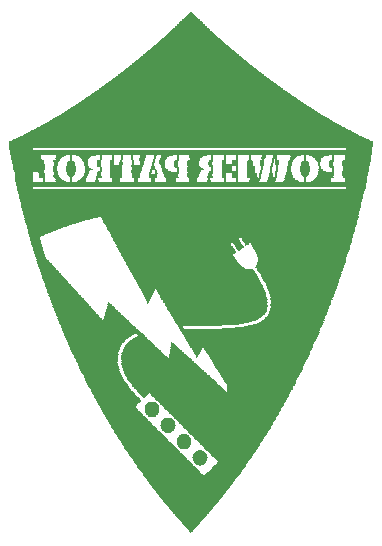
<source format=gbo>
G75*
%MOIN*%
%OFA0B0*%
%FSLAX25Y25*%
%IPPOS*%
%LPD*%
%AMOC8*
5,1,8,0,0,1.08239X$1,22.5*
%
%ADD10R,0.00260X0.00130*%
%ADD11R,0.00520X0.00130*%
%ADD12R,0.00780X0.00130*%
%ADD13R,0.01040X0.00130*%
%ADD14R,0.01300X0.00130*%
%ADD15R,0.01560X0.00130*%
%ADD16R,0.01820X0.00130*%
%ADD17R,0.02080X0.00130*%
%ADD18R,0.02340X0.00130*%
%ADD19R,0.02600X0.00130*%
%ADD20R,0.02860X0.00130*%
%ADD21R,0.03120X0.00130*%
%ADD22R,0.03380X0.00130*%
%ADD23R,0.03640X0.00130*%
%ADD24R,0.03900X0.00130*%
%ADD25R,0.04160X0.00130*%
%ADD26R,0.04420X0.00130*%
%ADD27R,0.04680X0.00130*%
%ADD28R,0.04940X0.00130*%
%ADD29R,0.05200X0.00130*%
%ADD30R,0.05460X0.00130*%
%ADD31R,0.05720X0.00130*%
%ADD32R,0.05980X0.00130*%
%ADD33R,0.06240X0.00130*%
%ADD34R,0.06500X0.00130*%
%ADD35R,0.06760X0.00130*%
%ADD36R,0.07020X0.00130*%
%ADD37R,0.07280X0.00130*%
%ADD38R,0.07540X0.00130*%
%ADD39R,0.07800X0.00130*%
%ADD40R,0.08060X0.00130*%
%ADD41R,0.08320X0.00130*%
%ADD42R,0.08580X0.00130*%
%ADD43R,0.08840X0.00130*%
%ADD44R,0.09100X0.00130*%
%ADD45R,0.09360X0.00130*%
%ADD46R,0.09620X0.00130*%
%ADD47R,0.09880X0.00130*%
%ADD48R,0.10140X0.00130*%
%ADD49R,0.10400X0.00130*%
%ADD50R,0.10660X0.00130*%
%ADD51R,0.10920X0.00130*%
%ADD52R,0.11180X0.00130*%
%ADD53R,0.11440X0.00130*%
%ADD54R,0.11700X0.00130*%
%ADD55R,0.11960X0.00130*%
%ADD56R,0.12220X0.00130*%
%ADD57R,0.12480X0.00130*%
%ADD58R,0.12740X0.00130*%
%ADD59R,0.13000X0.00130*%
%ADD60R,0.13130X0.00130*%
%ADD61R,0.13260X0.00130*%
%ADD62R,0.13520X0.00130*%
%ADD63R,0.13780X0.00130*%
%ADD64R,0.14040X0.00130*%
%ADD65R,0.14300X0.00130*%
%ADD66R,0.14560X0.00130*%
%ADD67R,0.14820X0.00130*%
%ADD68R,0.15080X0.00130*%
%ADD69R,0.15340X0.00130*%
%ADD70R,0.15600X0.00130*%
%ADD71R,0.15860X0.00130*%
%ADD72R,0.16120X0.00130*%
%ADD73R,0.16380X0.00130*%
%ADD74R,0.16640X0.00130*%
%ADD75R,0.16900X0.00130*%
%ADD76R,0.17160X0.00130*%
%ADD77R,0.17420X0.00130*%
%ADD78R,0.17680X0.00130*%
%ADD79R,0.17940X0.00130*%
%ADD80R,0.18200X0.00130*%
%ADD81R,0.18460X0.00130*%
%ADD82R,0.18720X0.00130*%
%ADD83R,0.18980X0.00130*%
%ADD84R,0.19240X0.00130*%
%ADD85R,0.19500X0.00130*%
%ADD86R,0.19630X0.00130*%
%ADD87R,0.19760X0.00130*%
%ADD88R,0.20020X0.00130*%
%ADD89R,0.20280X0.00130*%
%ADD90R,0.20540X0.00130*%
%ADD91R,0.20800X0.00130*%
%ADD92R,0.21060X0.00130*%
%ADD93R,0.21320X0.00130*%
%ADD94R,0.21580X0.00130*%
%ADD95R,0.21840X0.00130*%
%ADD96R,0.22100X0.00130*%
%ADD97R,0.22360X0.00130*%
%ADD98R,0.22620X0.00130*%
%ADD99R,0.22880X0.00130*%
%ADD100R,0.23140X0.00130*%
%ADD101R,0.23400X0.00130*%
%ADD102R,0.23660X0.00130*%
%ADD103R,0.23920X0.00130*%
%ADD104R,0.24180X0.00130*%
%ADD105R,0.24440X0.00130*%
%ADD106R,0.24700X0.00130*%
%ADD107R,0.24960X0.00130*%
%ADD108R,0.25220X0.00130*%
%ADD109R,0.25480X0.00130*%
%ADD110R,0.25740X0.00130*%
%ADD111R,0.26000X0.00130*%
%ADD112R,0.26260X0.00130*%
%ADD113R,0.26390X0.00130*%
%ADD114R,0.26520X0.00130*%
%ADD115R,0.26780X0.00130*%
%ADD116R,0.27040X0.00130*%
%ADD117R,0.27300X0.00130*%
%ADD118R,0.27560X0.00130*%
%ADD119R,0.27820X0.00130*%
%ADD120R,0.27950X0.00130*%
%ADD121R,0.28080X0.00130*%
%ADD122R,0.28340X0.00130*%
%ADD123R,0.28600X0.00130*%
%ADD124R,0.28860X0.00130*%
%ADD125R,0.29120X0.00130*%
%ADD126R,0.29380X0.00130*%
%ADD127R,0.29640X0.00130*%
%ADD128R,0.29900X0.00130*%
%ADD129R,0.30160X0.00130*%
%ADD130R,0.30420X0.00130*%
%ADD131R,0.30680X0.00130*%
%ADD132R,0.30940X0.00130*%
%ADD133R,0.31200X0.00130*%
%ADD134R,0.19890X0.00130*%
%ADD135R,0.11310X0.00130*%
%ADD136R,0.11050X0.00130*%
%ADD137R,0.10920X0.00130*%
%ADD138R,0.19370X0.00130*%
%ADD139R,0.10790X0.00130*%
%ADD140R,0.19370X0.00130*%
%ADD141R,0.19240X0.00130*%
%ADD142R,0.19110X0.00130*%
%ADD143R,0.10530X0.00130*%
%ADD144R,0.18850X0.00130*%
%ADD145R,0.00390X0.00130*%
%ADD146R,0.10270X0.00130*%
%ADD147R,0.01690X0.00130*%
%ADD148R,0.10270X0.00130*%
%ADD149R,0.02210X0.00130*%
%ADD150R,0.02730X0.00130*%
%ADD151R,0.10140X0.00130*%
%ADD152R,0.18720X0.00130*%
%ADD153R,0.02990X0.00130*%
%ADD154R,0.03510X0.00130*%
%ADD155R,0.18590X0.00130*%
%ADD156R,0.03770X0.00130*%
%ADD157R,0.10010X0.00130*%
%ADD158R,0.18590X0.00130*%
%ADD159R,0.04030X0.00130*%
%ADD160R,0.04290X0.00130*%
%ADD161R,0.04550X0.00130*%
%ADD162R,0.18330X0.00130*%
%ADD163R,0.04810X0.00130*%
%ADD164R,0.11440X0.00130*%
%ADD165R,0.11570X0.00130*%
%ADD166R,0.11830X0.00130*%
%ADD167R,0.04940X0.00130*%
%ADD168R,0.12090X0.00130*%
%ADD169R,0.18070X0.00130*%
%ADD170R,0.05070X0.00130*%
%ADD171R,0.12220X0.00130*%
%ADD172R,0.18070X0.00130*%
%ADD173R,0.12740X0.00130*%
%ADD174R,0.17940X0.00130*%
%ADD175R,0.12870X0.00130*%
%ADD176R,0.13390X0.00130*%
%ADD177R,0.17810X0.00130*%
%ADD178R,0.14170X0.00130*%
%ADD179R,0.14430X0.00130*%
%ADD180R,0.14690X0.00130*%
%ADD181R,0.14950X0.00130*%
%ADD182R,0.17550X0.00130*%
%ADD183R,0.03640X0.00130*%
%ADD184R,0.15340X0.00130*%
%ADD185R,0.15730X0.00130*%
%ADD186R,0.15990X0.00130*%
%ADD187R,0.17420X0.00130*%
%ADD188R,0.16250X0.00130*%
%ADD189R,0.17290X0.00130*%
%ADD190R,0.16640X0.00130*%
%ADD191R,0.16770X0.00130*%
%ADD192R,0.17030X0.00130*%
%ADD193R,0.01040X0.00130*%
%ADD194R,0.17290X0.00130*%
%ADD195R,0.02470X0.00130*%
%ADD196R,0.03250X0.00130*%
%ADD197R,0.16770X0.00130*%
%ADD198R,0.04290X0.00130*%
%ADD199R,0.04420X0.00130*%
%ADD200R,0.16510X0.00130*%
%ADD201R,0.20410X0.00130*%
%ADD202R,0.20670X0.00130*%
%ADD203R,0.20930X0.00130*%
%ADD204R,0.21320X0.00130*%
%ADD205R,0.21710X0.00130*%
%ADD206R,0.16120X0.00130*%
%ADD207R,0.21970X0.00130*%
%ADD208R,0.22230X0.00130*%
%ADD209R,0.15990X0.00130*%
%ADD210R,0.23010X0.00130*%
%ADD211R,0.23270X0.00130*%
%ADD212R,0.24050X0.00130*%
%ADD213R,0.03120X0.00130*%
%ADD214R,0.24310X0.00130*%
%ADD215R,0.24570X0.00130*%
%ADD216R,0.15470X0.00130*%
%ADD217R,0.02340X0.00130*%
%ADD218R,0.15470X0.00130*%
%ADD219R,0.25220X0.00130*%
%ADD220R,0.25350X0.00130*%
%ADD221R,0.25610X0.00130*%
%ADD222R,0.15210X0.00130*%
%ADD223R,0.01170X0.00130*%
%ADD224R,0.26650X0.00130*%
%ADD225R,0.02990X0.00130*%
%ADD226R,0.27040X0.00130*%
%ADD227R,0.27430X0.00130*%
%ADD228R,0.27690X0.00130*%
%ADD229R,0.28340X0.00130*%
%ADD230R,0.28470X0.00130*%
%ADD231R,0.28730X0.00130*%
%ADD232R,0.29510X0.00130*%
%ADD233R,0.29770X0.00130*%
%ADD234R,0.14170X0.00130*%
%ADD235R,0.30420X0.00130*%
%ADD236R,0.14040X0.00130*%
%ADD237R,0.30550X0.00130*%
%ADD238R,0.30810X0.00130*%
%ADD239R,0.13910X0.00130*%
%ADD240R,0.31460X0.00130*%
%ADD241R,0.31590X0.00130*%
%ADD242R,0.31850X0.00130*%
%ADD243R,0.31980X0.00130*%
%ADD244R,0.13650X0.00130*%
%ADD245R,0.32240X0.00130*%
%ADD246R,0.32500X0.00130*%
%ADD247R,0.32630X0.00130*%
%ADD248R,0.32890X0.00130*%
%ADD249R,0.13520X0.00130*%
%ADD250R,0.33020X0.00130*%
%ADD251R,0.33280X0.00130*%
%ADD252R,0.33540X0.00130*%
%ADD253R,0.01950X0.00130*%
%ADD254R,0.33670X0.00130*%
%ADD255R,0.00650X0.00130*%
%ADD256R,0.33930X0.00130*%
%ADD257R,0.34060X0.00130*%
%ADD258R,0.34320X0.00130*%
%ADD259R,0.34580X0.00130*%
%ADD260R,0.34710X0.00130*%
%ADD261R,0.34970X0.00130*%
%ADD262R,0.12870X0.00130*%
%ADD263R,0.35100X0.00130*%
%ADD264R,0.35360X0.00130*%
%ADD265R,0.35490X0.00130*%
%ADD266R,0.35750X0.00130*%
%ADD267R,0.36010X0.00130*%
%ADD268R,0.12610X0.00130*%
%ADD269R,0.36140X0.00130*%
%ADD270R,0.36400X0.00130*%
%ADD271R,0.36530X0.00130*%
%ADD272R,0.36790X0.00130*%
%ADD273R,0.12350X0.00130*%
%ADD274R,0.36920X0.00130*%
%ADD275R,0.37180X0.00130*%
%ADD276R,0.37440X0.00130*%
%ADD277R,0.37570X0.00130*%
%ADD278R,0.37830X0.00130*%
%ADD279R,0.12090X0.00130*%
%ADD280R,0.37960X0.00130*%
%ADD281R,0.38220X0.00130*%
%ADD282R,0.38350X0.00130*%
%ADD283R,0.38610X0.00130*%
%ADD284R,0.38740X0.00130*%
%ADD285R,0.39000X0.00130*%
%ADD286R,0.39260X0.00130*%
%ADD287R,0.39390X0.00130*%
%ADD288R,0.39650X0.00130*%
%ADD289R,0.39780X0.00130*%
%ADD290R,0.40040X0.00130*%
%ADD291R,0.40170X0.00130*%
%ADD292R,0.40430X0.00130*%
%ADD293R,0.40690X0.00130*%
%ADD294R,0.40820X0.00130*%
%ADD295R,0.41080X0.00130*%
%ADD296R,0.41210X0.00130*%
%ADD297R,0.13390X0.00130*%
%ADD298R,0.41470X0.00130*%
%ADD299R,0.41600X0.00130*%
%ADD300R,0.41860X0.00130*%
%ADD301R,0.42120X0.00130*%
%ADD302R,0.42250X0.00130*%
%ADD303R,0.42510X0.00130*%
%ADD304R,0.42640X0.00130*%
%ADD305R,0.14820X0.00130*%
%ADD306R,0.42900X0.00130*%
%ADD307R,0.43030X0.00130*%
%ADD308R,0.43290X0.00130*%
%ADD309R,0.14690X0.00130*%
%ADD310R,0.43420X0.00130*%
%ADD311R,0.43680X0.00130*%
%ADD312R,0.43810X0.00130*%
%ADD313R,0.44070X0.00130*%
%ADD314R,0.44200X0.00130*%
%ADD315R,0.44460X0.00130*%
%ADD316R,0.44720X0.00130*%
%ADD317R,0.44850X0.00130*%
%ADD318R,0.45110X0.00130*%
%ADD319R,0.45240X0.00130*%
%ADD320R,0.45500X0.00130*%
%ADD321R,0.45630X0.00130*%
%ADD322R,0.45890X0.00130*%
%ADD323R,0.46020X0.00130*%
%ADD324R,0.46280X0.00130*%
%ADD325R,0.46410X0.00130*%
%ADD326R,0.46670X0.00130*%
%ADD327R,0.46800X0.00130*%
%ADD328R,0.50570X0.00130*%
%ADD329R,0.50700X0.00130*%
%ADD330R,0.29640X0.00130*%
%ADD331R,0.21190X0.00130*%
%ADD332R,0.21450X0.00130*%
%ADD333R,0.21840X0.00130*%
%ADD334R,0.29250X0.00130*%
%ADD335R,0.29120X0.00130*%
%ADD336R,0.28990X0.00130*%
%ADD337R,0.28990X0.00130*%
%ADD338R,0.23140X0.00130*%
%ADD339R,0.23530X0.00130*%
%ADD340R,0.23790X0.00130*%
%ADD341R,0.28470X0.00130*%
%ADD342R,0.24440X0.00130*%
%ADD343R,0.24570X0.00130*%
%ADD344R,0.27820X0.00130*%
%ADD345R,0.25740X0.00130*%
%ADD346R,0.25870X0.00130*%
%ADD347R,0.26130X0.00130*%
%ADD348R,0.26520X0.00130*%
%ADD349R,0.27170X0.00130*%
%ADD350R,0.27170X0.00130*%
%ADD351R,0.26910X0.00130*%
%ADD352R,0.26390X0.00130*%
%ADD353R,0.28210X0.00130*%
%ADD354R,0.29770X0.00130*%
%ADD355R,0.25090X0.00130*%
%ADD356R,0.30030X0.00130*%
%ADD357R,0.24830X0.00130*%
%ADD358R,0.30290X0.00130*%
%ADD359R,0.30940X0.00130*%
%ADD360R,0.32110X0.00130*%
%ADD361R,0.06890X0.00130*%
%ADD362R,0.32370X0.00130*%
%ADD363R,0.32760X0.00130*%
%ADD364R,0.06370X0.00130*%
%ADD365R,0.00130X0.00130*%
%ADD366R,0.06240X0.00130*%
%ADD367R,0.06110X0.00130*%
%ADD368R,0.00390X0.00130*%
%ADD369R,0.05850X0.00130*%
%ADD370R,0.05720X0.00130*%
%ADD371R,0.33410X0.00130*%
%ADD372R,0.00910X0.00130*%
%ADD373R,0.05330X0.00130*%
%ADD374R,0.01430X0.00130*%
%ADD375R,0.01690X0.00130*%
%ADD376R,0.34190X0.00130*%
%ADD377R,0.01820X0.00130*%
%ADD378R,0.34840X0.00130*%
%ADD379R,0.35230X0.00130*%
%ADD380R,0.35620X0.00130*%
%ADD381R,0.35880X0.00130*%
%ADD382R,0.36140X0.00130*%
%ADD383R,0.40950X0.00130*%
%ADD384R,0.09620X0.00130*%
%ADD385R,0.41340X0.00130*%
%ADD386R,0.09230X0.00130*%
%ADD387R,0.08970X0.00130*%
%ADD388R,0.08710X0.00130*%
%ADD389R,0.41730X0.00130*%
%ADD390R,0.08450X0.00130*%
%ADD391R,0.07540X0.00130*%
%ADD392R,0.42380X0.00130*%
%ADD393R,0.42770X0.00130*%
%ADD394R,0.43290X0.00130*%
%ADD395R,0.20150X0.00130*%
%ADD396R,0.20670X0.00130*%
%ADD397R,0.43940X0.00130*%
%ADD398R,0.44070X0.00130*%
%ADD399R,0.02470X0.00130*%
%ADD400R,0.44330X0.00130*%
%ADD401R,0.21970X0.00130*%
%ADD402R,0.44590X0.00130*%
%ADD403R,0.44720X0.00130*%
%ADD404R,0.22750X0.00130*%
%ADD405R,0.44980X0.00130*%
%ADD406R,0.23270X0.00130*%
%ADD407R,0.45240X0.00130*%
%ADD408R,0.23920X0.00130*%
%ADD409R,0.45370X0.00130*%
%ADD410R,0.25870X0.00130*%
%ADD411R,0.45760X0.00130*%
%ADD412R,0.46150X0.00130*%
%ADD413R,0.46540X0.00130*%
%ADD414R,0.41470X0.00130*%
%ADD415R,0.25090X0.00130*%
%ADD416R,0.23790X0.00130*%
%ADD417R,0.22490X0.00130*%
%ADD418R,0.21190X0.00130*%
%ADD419R,0.08190X0.00130*%
%ADD420R,0.07930X0.00130*%
%ADD421R,0.20020X0.00130*%
%ADD422R,0.07410X0.00130*%
%ADD423R,0.07150X0.00130*%
%ADD424R,0.06630X0.00130*%
%ADD425R,0.05590X0.00130*%
%ADD426R,0.31070X0.00130*%
%ADD427R,0.31330X0.00130*%
%ADD428R,0.31590X0.00130*%
%ADD429R,0.32370X0.00130*%
%ADD430R,0.03770X0.00130*%
%ADD431R,0.33150X0.00130*%
%ADD432R,0.33800X0.00130*%
%ADD433R,0.34190X0.00130*%
%ADD434R,0.34320X0.00130*%
%ADD435R,0.00520X0.00130*%
%ADD436R,0.34450X0.00130*%
%ADD437R,0.11570X0.00130*%
%ADD438R,0.34970X0.00130*%
%ADD439R,0.20540X0.00130*%
%ADD440R,0.35620X0.00130*%
%ADD441R,0.09750X0.00130*%
%ADD442R,0.09490X0.00130*%
%ADD443R,0.09490X0.00130*%
%ADD444R,0.22620X0.00130*%
%ADD445R,0.05070X0.00130*%
%ADD446R,0.08970X0.00130*%
%ADD447R,0.08840X0.00130*%
%ADD448R,0.41340X0.00130*%
%ADD449R,0.08320X0.00130*%
%ADD450R,0.07670X0.00130*%
%ADD451R,0.07020X0.00130*%
%ADD452R,0.06370X0.00130*%
%ADD453R,0.38740X0.00130*%
%ADD454R,0.38220X0.00130*%
%ADD455R,0.38090X0.00130*%
%ADD456R,0.37700X0.00130*%
%ADD457R,0.37570X0.00130*%
%ADD458R,0.37310X0.00130*%
%ADD459R,0.37050X0.00130*%
%ADD460R,0.36920X0.00130*%
%ADD461R,0.38480X0.00130*%
%ADD462R,0.31070X0.00130*%
%ADD463R,0.31720X0.00130*%
%ADD464R,0.33020X0.00130*%
%ADD465R,0.36270X0.00130*%
%ADD466R,0.42120X0.00130*%
%ADD467R,0.80210X0.00130*%
%ADD468R,0.80340X0.00130*%
%ADD469R,0.80470X0.00130*%
%ADD470R,0.80600X0.00130*%
%ADD471R,0.80730X0.00130*%
%ADD472R,0.80860X0.00130*%
%ADD473R,0.80990X0.00130*%
%ADD474R,0.81120X0.00130*%
%ADD475R,0.81250X0.00130*%
%ADD476R,0.81380X0.00130*%
%ADD477R,0.81510X0.00130*%
%ADD478R,0.81640X0.00130*%
%ADD479R,0.81770X0.00130*%
%ADD480R,0.81900X0.00130*%
%ADD481R,0.82030X0.00130*%
%ADD482R,0.82160X0.00130*%
%ADD483R,0.82290X0.00130*%
%ADD484R,0.82420X0.00130*%
%ADD485R,0.82550X0.00130*%
%ADD486R,0.82680X0.00130*%
%ADD487R,0.82810X0.00130*%
%ADD488R,0.82940X0.00130*%
%ADD489R,0.83200X0.00130*%
%ADD490R,0.83330X0.00130*%
%ADD491R,0.83590X0.00130*%
%ADD492R,0.83720X0.00130*%
%ADD493R,0.83850X0.00130*%
%ADD494R,0.83980X0.00130*%
%ADD495R,0.84110X0.00130*%
%ADD496R,0.84370X0.00130*%
%ADD497R,0.84500X0.00130*%
%ADD498R,0.84760X0.00130*%
%ADD499R,0.84890X0.00130*%
%ADD500R,0.85020X0.00130*%
%ADD501R,0.85150X0.00130*%
%ADD502R,0.85280X0.00130*%
%ADD503R,0.85410X0.00130*%
%ADD504R,0.85540X0.00130*%
%ADD505R,0.85670X0.00130*%
%ADD506R,1.11280X0.00130*%
%ADD507R,1.11540X0.00130*%
%ADD508R,1.11670X0.00130*%
%ADD509R,1.11800X0.00130*%
%ADD510R,1.11930X0.00130*%
%ADD511R,1.12060X0.00130*%
%ADD512R,1.12320X0.00130*%
%ADD513R,1.12580X0.00130*%
%ADD514R,1.12840X0.00130*%
%ADD515R,1.13100X0.00130*%
%ADD516R,1.13230X0.00130*%
%ADD517R,1.13360X0.00130*%
%ADD518R,1.13490X0.00130*%
%ADD519R,1.13620X0.00130*%
%ADD520R,1.13880X0.00130*%
%ADD521R,1.14140X0.00130*%
%ADD522R,1.14400X0.00130*%
%ADD523R,1.14660X0.00130*%
%ADD524R,1.14920X0.00130*%
%ADD525R,1.15180X0.00130*%
%ADD526R,1.15310X0.00130*%
%ADD527R,1.15440X0.00130*%
%ADD528R,1.15700X0.00130*%
%ADD529R,1.16220X0.00130*%
%ADD530R,1.16350X0.00130*%
%ADD531R,1.16480X0.00130*%
%ADD532R,1.16740X0.00130*%
%ADD533R,0.76050X0.00130*%
%ADD534R,0.05590X0.00130*%
%ADD535R,0.01170X0.00130*%
%ADD536R,0.10790X0.00130*%
%ADD537R,1.20380X0.00130*%
%ADD538R,1.20640X0.00130*%
%ADD539R,1.20900X0.00130*%
%ADD540R,1.21160X0.00130*%
%ADD541R,1.21420X0.00130*%
%ADD542R,1.19600X0.00130*%
%ADD543R,1.19080X0.00130*%
%ADD544R,1.18560X0.00130*%
%ADD545R,1.18040X0.00130*%
%ADD546R,1.17260X0.00130*%
%ADD547R,1.14010X0.00130*%
%ADD548R,1.10760X0.00130*%
%ADD549R,1.10240X0.00130*%
%ADD550R,1.09720X0.00130*%
%ADD551R,1.09200X0.00130*%
%ADD552R,1.08680X0.00130*%
%ADD553R,1.08160X0.00130*%
%ADD554R,1.07640X0.00130*%
%ADD555R,1.07120X0.00130*%
%ADD556R,1.06730X0.00130*%
%ADD557R,1.06340X0.00130*%
%ADD558R,1.05820X0.00130*%
%ADD559R,1.05300X0.00130*%
%ADD560R,1.04780X0.00130*%
%ADD561R,1.04260X0.00130*%
%ADD562R,1.03740X0.00130*%
%ADD563R,1.03220X0.00130*%
%ADD564R,1.02700X0.00130*%
%ADD565R,1.02440X0.00130*%
%ADD566R,1.01920X0.00130*%
%ADD567R,1.01400X0.00130*%
%ADD568R,1.00880X0.00130*%
%ADD569R,1.00360X0.00130*%
%ADD570R,0.99840X0.00130*%
%ADD571R,0.99580X0.00130*%
%ADD572R,0.99060X0.00130*%
%ADD573R,0.98540X0.00130*%
%ADD574R,0.98020X0.00130*%
%ADD575R,0.97500X0.00130*%
%ADD576R,0.97240X0.00130*%
%ADD577R,0.96720X0.00130*%
%ADD578R,0.96200X0.00130*%
%ADD579R,0.95680X0.00130*%
%ADD580R,0.95420X0.00130*%
%ADD581R,0.94900X0.00130*%
%ADD582R,0.94380X0.00130*%
%ADD583R,0.93860X0.00130*%
%ADD584R,0.93600X0.00130*%
%ADD585R,0.93080X0.00130*%
%ADD586R,0.92560X0.00130*%
%ADD587R,0.92300X0.00130*%
%ADD588R,0.91780X0.00130*%
%ADD589R,0.91260X0.00130*%
%ADD590R,0.90740X0.00130*%
%ADD591R,0.90480X0.00130*%
%ADD592R,0.89960X0.00130*%
%ADD593R,0.89440X0.00130*%
%ADD594R,0.89180X0.00130*%
%ADD595R,0.88660X0.00130*%
%ADD596R,0.88140X0.00130*%
%ADD597R,0.87880X0.00130*%
%ADD598R,0.87360X0.00130*%
%ADD599R,0.86840X0.00130*%
%ADD600R,0.86580X0.00130*%
%ADD601R,0.86060X0.00130*%
%ADD602R,0.85670X0.00130*%
%ADD603R,0.83460X0.00130*%
%ADD604R,0.81120X0.00130*%
%ADD605R,0.79820X0.00130*%
%ADD606R,0.79560X0.00130*%
%ADD607R,0.79040X0.00130*%
%ADD608R,0.78520X0.00130*%
%ADD609R,0.78260X0.00130*%
%ADD610R,0.77740X0.00130*%
%ADD611R,0.77480X0.00130*%
%ADD612R,0.76960X0.00130*%
%ADD613R,0.76700X0.00130*%
%ADD614R,0.76180X0.00130*%
%ADD615R,0.75920X0.00130*%
%ADD616R,0.75400X0.00130*%
%ADD617R,0.75140X0.00130*%
%ADD618R,0.74620X0.00130*%
%ADD619R,0.74360X0.00130*%
%ADD620R,0.73840X0.00130*%
%ADD621R,0.73580X0.00130*%
%ADD622R,0.73060X0.00130*%
%ADD623R,0.72670X0.00130*%
%ADD624R,0.72280X0.00130*%
%ADD625R,0.72020X0.00130*%
%ADD626R,0.71500X0.00130*%
%ADD627R,0.71240X0.00130*%
%ADD628R,0.70720X0.00130*%
%ADD629R,0.70460X0.00130*%
%ADD630R,0.69940X0.00130*%
%ADD631R,0.69680X0.00130*%
%ADD632R,0.69160X0.00130*%
%ADD633R,0.68900X0.00130*%
%ADD634R,0.68380X0.00130*%
%ADD635R,0.68120X0.00130*%
%ADD636R,0.67600X0.00130*%
%ADD637R,0.67340X0.00130*%
%ADD638R,0.66820X0.00130*%
%ADD639R,0.66560X0.00130*%
%ADD640R,0.66170X0.00130*%
%ADD641R,0.65780X0.00130*%
%ADD642R,0.65520X0.00130*%
%ADD643R,0.65000X0.00130*%
%ADD644R,0.64740X0.00130*%
%ADD645R,0.64220X0.00130*%
%ADD646R,0.63960X0.00130*%
%ADD647R,0.63440X0.00130*%
%ADD648R,0.63180X0.00130*%
%ADD649R,0.62920X0.00130*%
%ADD650R,0.62400X0.00130*%
%ADD651R,0.62140X0.00130*%
%ADD652R,0.61620X0.00130*%
%ADD653R,0.61360X0.00130*%
%ADD654R,0.61100X0.00130*%
%ADD655R,0.60580X0.00130*%
%ADD656R,0.60320X0.00130*%
%ADD657R,0.59800X0.00130*%
%ADD658R,0.59540X0.00130*%
%ADD659R,0.59280X0.00130*%
%ADD660R,0.58760X0.00130*%
%ADD661R,0.58500X0.00130*%
%ADD662R,0.57980X0.00130*%
%ADD663R,0.57720X0.00130*%
%ADD664R,0.57460X0.00130*%
%ADD665R,0.56940X0.00130*%
%ADD666R,0.56680X0.00130*%
%ADD667R,0.56420X0.00130*%
%ADD668R,0.55900X0.00130*%
%ADD669R,0.55640X0.00130*%
%ADD670R,0.55120X0.00130*%
%ADD671R,0.54860X0.00130*%
%ADD672R,0.54600X0.00130*%
%ADD673R,0.54080X0.00130*%
%ADD674R,0.53820X0.00130*%
%ADD675R,0.53560X0.00130*%
%ADD676R,0.53040X0.00130*%
%ADD677R,0.52780X0.00130*%
%ADD678R,0.52520X0.00130*%
%ADD679R,0.52000X0.00130*%
%ADD680R,0.51740X0.00130*%
%ADD681R,0.51480X0.00130*%
%ADD682R,0.50960X0.00130*%
%ADD683R,0.50440X0.00130*%
%ADD684R,0.49920X0.00130*%
%ADD685R,0.49660X0.00130*%
%ADD686R,0.49400X0.00130*%
%ADD687R,0.48880X0.00130*%
%ADD688R,0.48620X0.00130*%
%ADD689R,0.48360X0.00130*%
%ADD690R,0.47840X0.00130*%
%ADD691R,0.47580X0.00130*%
%ADD692R,0.47320X0.00130*%
%ADD693R,0.46930X0.00130*%
%ADD694R,0.46540X0.00130*%
%ADD695R,0.46020X0.00130*%
%ADD696R,0.44590X0.00130*%
%ADD697R,0.43940X0.00130*%
%ADD698R,0.43160X0.00130*%
%ADD699R,0.42640X0.00130*%
%ADD700R,0.40560X0.00130*%
%ADD701R,0.40300X0.00130*%
%ADD702R,0.40040X0.00130*%
%ADD703R,0.39520X0.00130*%
%ADD704R,0.37440X0.00130*%
%ADD705R,0.36660X0.00130*%
%ADD706R,0.34840X0.00130*%
%ADD707R,0.33540X0.00130*%
%ADD708R,0.32240X0.00130*%
D10*
X0075165Y0082860D03*
X0096225Y0069600D03*
X0104415Y0064920D03*
X0089465Y0049840D03*
X0086735Y0051270D03*
X0089465Y0044900D03*
X0105455Y0033720D03*
X0102595Y0006420D03*
X0120925Y0102100D03*
X0130545Y0124200D03*
X0090765Y0126800D03*
X0090635Y0127190D03*
D11*
X0089855Y0129140D03*
X0090635Y0131870D03*
X0088945Y0125890D03*
X0079455Y0130570D03*
X0079455Y0130700D03*
X0079455Y0130830D03*
X0079455Y0130960D03*
X0079455Y0131090D03*
X0079455Y0131220D03*
X0079455Y0131350D03*
X0079455Y0131480D03*
X0079455Y0131610D03*
X0079455Y0131740D03*
X0079455Y0131870D03*
X0079455Y0132000D03*
X0079455Y0132130D03*
X0076595Y0132130D03*
X0076595Y0132000D03*
X0076595Y0131870D03*
X0076595Y0131740D03*
X0076595Y0131610D03*
X0076595Y0131480D03*
X0076595Y0131350D03*
X0076595Y0131220D03*
X0076595Y0131090D03*
X0076595Y0130960D03*
X0076595Y0130830D03*
X0076595Y0130700D03*
X0076595Y0130570D03*
X0118455Y0100540D03*
X0125345Y0124330D03*
X0125735Y0126020D03*
X0125995Y0127060D03*
X0129245Y0127320D03*
X0129245Y0127710D03*
X0129505Y0128880D03*
X0129635Y0129400D03*
X0145235Y0129010D03*
X0145235Y0128880D03*
X0145235Y0128750D03*
X0145235Y0128620D03*
X0102595Y0179580D03*
X0096355Y0069340D03*
X0086735Y0051400D03*
X0102595Y0006550D03*
D12*
X0102595Y0006680D03*
X0100125Y0039050D03*
X0086735Y0051530D03*
X0096355Y0069210D03*
X0088165Y0083380D03*
X0075295Y0082470D03*
X0062555Y0124980D03*
X0083095Y0129660D03*
X0083095Y0129790D03*
X0083095Y0129920D03*
X0083095Y0130050D03*
X0083095Y0130180D03*
X0083095Y0130310D03*
X0083095Y0130440D03*
X0113905Y0130570D03*
X0113905Y0130700D03*
X0113905Y0130830D03*
X0113905Y0130960D03*
X0113905Y0131090D03*
X0113905Y0131220D03*
X0113905Y0131350D03*
X0113905Y0131480D03*
X0113905Y0131610D03*
X0113905Y0131740D03*
X0113905Y0131870D03*
X0113905Y0132000D03*
X0113905Y0132130D03*
X0126125Y0128620D03*
X0126125Y0128490D03*
X0126125Y0128360D03*
X0129245Y0126670D03*
X0131325Y0128360D03*
X0131325Y0128490D03*
X0131325Y0128620D03*
X0140425Y0124980D03*
X0145495Y0127710D03*
X0145105Y0129660D03*
X0145105Y0129790D03*
X0121055Y0102360D03*
X0102595Y0179450D03*
D13*
X0102595Y0179320D03*
X0126645Y0131350D03*
X0126645Y0131220D03*
X0126645Y0131090D03*
X0126645Y0130960D03*
X0129245Y0126150D03*
X0108445Y0123810D03*
X0108445Y0123680D03*
X0108445Y0123550D03*
X0108445Y0123420D03*
X0108445Y0123290D03*
X0108445Y0123160D03*
X0079195Y0128880D03*
X0079195Y0129010D03*
X0079195Y0129140D03*
X0079195Y0129270D03*
X0079195Y0129400D03*
X0079195Y0129530D03*
X0079195Y0129660D03*
X0079195Y0129790D03*
X0072045Y0126540D03*
X0067495Y0129140D03*
X0067495Y0129270D03*
X0067495Y0129400D03*
X0067495Y0129530D03*
X0066845Y0124590D03*
X0075295Y0082340D03*
X0102595Y0006810D03*
D14*
X0102595Y0006940D03*
X0086735Y0051790D03*
X0096615Y0068820D03*
X0099475Y0074150D03*
X0099345Y0074410D03*
X0099085Y0074800D03*
X0098955Y0075060D03*
X0088165Y0083900D03*
X0075425Y0082080D03*
X0084135Y0123160D03*
X0084135Y0123290D03*
X0084135Y0123420D03*
X0084135Y0123550D03*
X0084135Y0123680D03*
X0084135Y0123810D03*
X0084135Y0123940D03*
X0084135Y0124070D03*
X0084135Y0124200D03*
X0084135Y0124330D03*
X0084135Y0124460D03*
X0084135Y0124590D03*
X0086085Y0129140D03*
X0086085Y0129270D03*
X0086085Y0129400D03*
X0089985Y0127840D03*
X0093365Y0127840D03*
X0097655Y0128230D03*
X0097655Y0128360D03*
X0097655Y0130180D03*
X0109095Y0130180D03*
X0109095Y0128490D03*
X0109095Y0126280D03*
X0113515Y0124850D03*
X0113645Y0130440D03*
X0122095Y0130440D03*
X0126125Y0129530D03*
X0126125Y0129400D03*
X0126125Y0129270D03*
X0126775Y0132130D03*
X0130675Y0132130D03*
X0130675Y0132000D03*
X0130675Y0131870D03*
X0130675Y0131740D03*
X0131325Y0129790D03*
X0131325Y0129660D03*
X0131325Y0129530D03*
X0135095Y0127450D03*
X0135095Y0127320D03*
X0135095Y0127190D03*
X0135095Y0127060D03*
X0136395Y0131090D03*
X0140425Y0125110D03*
X0145755Y0127190D03*
X0144975Y0130440D03*
X0149395Y0130180D03*
X0149395Y0128360D03*
X0149395Y0128230D03*
X0129245Y0125630D03*
X0121185Y0102620D03*
X0076205Y0128880D03*
X0076205Y0129010D03*
X0076205Y0129140D03*
X0076205Y0129270D03*
X0076205Y0129400D03*
X0076205Y0129530D03*
X0076205Y0129660D03*
X0076205Y0129790D03*
X0076205Y0129920D03*
X0076205Y0130050D03*
X0076205Y0130180D03*
X0071915Y0130180D03*
X0071915Y0128490D03*
X0071915Y0126280D03*
X0067885Y0126800D03*
X0067755Y0126670D03*
X0067755Y0126540D03*
X0067495Y0125630D03*
X0067365Y0125370D03*
X0067365Y0125240D03*
X0067235Y0124980D03*
X0066715Y0124330D03*
X0067885Y0128100D03*
X0067365Y0129920D03*
X0067365Y0130050D03*
X0062555Y0125110D03*
X0058135Y0124590D03*
X0057355Y0126150D03*
X0057355Y0126280D03*
X0057355Y0126410D03*
X0057355Y0126540D03*
X0057355Y0126670D03*
X0057355Y0128620D03*
X0057355Y0128750D03*
X0057355Y0128880D03*
X0057355Y0129010D03*
X0058135Y0130570D03*
X0102595Y0179190D03*
D15*
X0102595Y0179060D03*
X0093235Y0130700D03*
X0093235Y0130570D03*
X0092975Y0129270D03*
X0092975Y0129140D03*
X0092975Y0129010D03*
X0093495Y0127580D03*
X0093625Y0127450D03*
X0093625Y0127320D03*
X0089985Y0127450D03*
X0086215Y0129920D03*
X0086215Y0130050D03*
X0086215Y0130180D03*
X0086215Y0130310D03*
X0097525Y0129660D03*
X0097525Y0129530D03*
X0097525Y0129400D03*
X0097525Y0129270D03*
X0097525Y0129140D03*
X0097525Y0129010D03*
X0097525Y0128880D03*
X0097525Y0128750D03*
X0108965Y0128880D03*
X0108965Y0129010D03*
X0108965Y0129140D03*
X0108965Y0129270D03*
X0108965Y0129400D03*
X0108965Y0129530D03*
X0108965Y0129660D03*
X0108965Y0129790D03*
X0108965Y0125890D03*
X0108965Y0125760D03*
X0108965Y0125630D03*
X0108965Y0125500D03*
X0108965Y0125370D03*
X0108965Y0125240D03*
X0108965Y0125110D03*
X0113515Y0129270D03*
X0113515Y0129400D03*
X0113515Y0129530D03*
X0113515Y0129660D03*
X0113515Y0129790D03*
X0113515Y0129920D03*
X0113515Y0130050D03*
X0113515Y0130180D03*
X0122095Y0130310D03*
X0126125Y0130310D03*
X0126125Y0130180D03*
X0126125Y0130050D03*
X0126125Y0129920D03*
X0130545Y0131090D03*
X0131325Y0130440D03*
X0131325Y0130310D03*
X0131325Y0130180D03*
X0135095Y0126670D03*
X0135095Y0126540D03*
X0129245Y0124980D03*
X0140425Y0130050D03*
X0144975Y0130570D03*
X0145885Y0126930D03*
X0149265Y0128750D03*
X0149265Y0128880D03*
X0149265Y0129010D03*
X0149265Y0129140D03*
X0149265Y0129270D03*
X0149265Y0129400D03*
X0149265Y0129530D03*
X0149265Y0129660D03*
X0121185Y0102750D03*
X0088165Y0084160D03*
X0096745Y0068560D03*
X0086735Y0051920D03*
X0089465Y0049710D03*
X0089465Y0045030D03*
X0105455Y0033590D03*
X0102595Y0007070D03*
X0071785Y0125110D03*
X0071785Y0125240D03*
X0071785Y0125370D03*
X0071785Y0125500D03*
X0071785Y0125630D03*
X0071785Y0125760D03*
X0071785Y0125890D03*
X0071785Y0128880D03*
X0071785Y0129010D03*
X0071785Y0129140D03*
X0071785Y0129270D03*
X0071785Y0129400D03*
X0071785Y0129530D03*
X0071785Y0129660D03*
X0071785Y0129790D03*
X0067365Y0130310D03*
X0068015Y0127060D03*
X0066585Y0124070D03*
X0062555Y0130050D03*
X0058265Y0130960D03*
X0057485Y0129790D03*
X0057485Y0129660D03*
X0057485Y0125630D03*
X0057485Y0125500D03*
X0058265Y0124330D03*
D16*
X0058395Y0124070D03*
X0057745Y0124850D03*
X0062555Y0125240D03*
X0062555Y0129920D03*
X0058395Y0131220D03*
X0052805Y0125370D03*
X0052805Y0125240D03*
X0052805Y0125110D03*
X0052805Y0124980D03*
X0052805Y0124850D03*
X0067235Y0130570D03*
X0086345Y0130830D03*
X0086345Y0130960D03*
X0086345Y0131090D03*
X0092845Y0129920D03*
X0092845Y0129790D03*
X0093755Y0127190D03*
X0093885Y0127060D03*
X0122095Y0129920D03*
X0122095Y0130050D03*
X0122095Y0130180D03*
X0129245Y0124460D03*
X0135095Y0126020D03*
X0136655Y0131480D03*
X0102595Y0178930D03*
X0096745Y0068430D03*
X0086735Y0052050D03*
X0102595Y0007200D03*
D17*
X0102595Y0007330D03*
X0102595Y0007460D03*
X0100125Y0034370D03*
X0100125Y0038920D03*
X0086735Y0052180D03*
X0096875Y0068170D03*
X0104415Y0066480D03*
X0085955Y0071810D03*
X0075685Y0081560D03*
X0088165Y0084680D03*
X0066325Y0123680D03*
X0068275Y0127320D03*
X0067235Y0130700D03*
X0067235Y0130830D03*
X0062555Y0129790D03*
X0058525Y0131350D03*
X0052675Y0126410D03*
X0052675Y0126280D03*
X0062555Y0125500D03*
X0062555Y0125370D03*
X0086475Y0131610D03*
X0086475Y0131740D03*
X0086475Y0131870D03*
X0092845Y0130310D03*
X0092845Y0130180D03*
X0093495Y0131350D03*
X0117155Y0130050D03*
X0117155Y0129920D03*
X0117155Y0129790D03*
X0117155Y0129660D03*
X0117155Y0129530D03*
X0117155Y0125630D03*
X0117155Y0125500D03*
X0117155Y0125370D03*
X0117155Y0125240D03*
X0117155Y0125110D03*
X0117155Y0124980D03*
X0122225Y0129140D03*
X0122225Y0129270D03*
X0122225Y0129400D03*
X0135095Y0125630D03*
X0135095Y0125500D03*
X0140425Y0125500D03*
X0140425Y0125370D03*
X0140425Y0129790D03*
X0136785Y0131610D03*
X0102595Y0178800D03*
D18*
X0146145Y0126670D03*
X0135095Y0125370D03*
X0135095Y0125240D03*
X0066195Y0123550D03*
X0102595Y0007590D03*
D19*
X0102595Y0007720D03*
X0089465Y0045290D03*
X0089465Y0049450D03*
X0086735Y0052440D03*
X0104415Y0066870D03*
X0088165Y0085070D03*
X0088165Y0085200D03*
X0075815Y0081170D03*
X0066065Y0123420D03*
X0062555Y0125890D03*
X0062555Y0126020D03*
X0062555Y0129140D03*
X0062555Y0129270D03*
X0062555Y0129400D03*
X0058785Y0131740D03*
X0058785Y0123550D03*
X0089985Y0125630D03*
X0089985Y0125760D03*
X0093755Y0131740D03*
X0122485Y0127710D03*
X0122485Y0127580D03*
X0122485Y0127450D03*
X0129375Y0123810D03*
X0129375Y0123680D03*
X0129245Y0123160D03*
X0140425Y0125890D03*
X0140425Y0126020D03*
X0140425Y0129140D03*
X0140425Y0129270D03*
X0140425Y0129400D03*
X0117935Y0102750D03*
X0118195Y0102360D03*
X0118455Y0101970D03*
X0118715Y0101580D03*
X0102595Y0178670D03*
D20*
X0102595Y0178540D03*
X0137175Y0132000D03*
X0140425Y0129010D03*
X0140425Y0128880D03*
X0140425Y0128750D03*
X0140425Y0128620D03*
X0140425Y0126670D03*
X0140425Y0126540D03*
X0140425Y0126410D03*
X0140425Y0126280D03*
X0140425Y0126150D03*
X0135225Y0124720D03*
X0135225Y0124590D03*
X0144845Y0131350D03*
X0123395Y0124460D03*
X0123395Y0124330D03*
X0123395Y0124200D03*
X0122615Y0126670D03*
X0122615Y0126800D03*
X0122615Y0126930D03*
X0094535Y0126540D03*
X0089985Y0125500D03*
X0089985Y0125370D03*
X0089985Y0125240D03*
X0089985Y0125110D03*
X0089855Y0124850D03*
X0084135Y0125370D03*
X0084135Y0125500D03*
X0084135Y0125630D03*
X0065935Y0123290D03*
X0062555Y0126150D03*
X0062555Y0126280D03*
X0062555Y0126410D03*
X0062555Y0126540D03*
X0062555Y0126670D03*
X0062555Y0128620D03*
X0062555Y0128750D03*
X0062555Y0128880D03*
X0062555Y0129010D03*
X0058915Y0131870D03*
X0058915Y0123420D03*
X0088165Y0085460D03*
X0088165Y0085330D03*
X0085825Y0071550D03*
X0097135Y0067650D03*
X0104415Y0067130D03*
X0086735Y0052570D03*
X0100125Y0038660D03*
X0100125Y0034630D03*
X0102595Y0007850D03*
D21*
X0102595Y0007980D03*
X0086735Y0052700D03*
X0075945Y0080780D03*
X0052285Y0098200D03*
X0052285Y0098330D03*
X0052155Y0098590D03*
X0052155Y0098720D03*
X0051895Y0099500D03*
X0051895Y0099630D03*
X0051635Y0100280D03*
X0051635Y0100410D03*
X0051635Y0100540D03*
X0051505Y0100670D03*
X0051505Y0100800D03*
X0051505Y0100930D03*
X0051245Y0101580D03*
X0051245Y0101710D03*
X0051245Y0101840D03*
X0050985Y0102490D03*
X0050985Y0102620D03*
X0050985Y0102750D03*
X0050855Y0103010D03*
X0050855Y0103140D03*
X0050595Y0103920D03*
X0050595Y0104050D03*
X0059045Y0123290D03*
X0062555Y0126800D03*
X0062555Y0126930D03*
X0062555Y0127060D03*
X0062555Y0127190D03*
X0062555Y0127320D03*
X0062555Y0127450D03*
X0062555Y0127580D03*
X0062555Y0127710D03*
X0062555Y0127840D03*
X0062555Y0127970D03*
X0062555Y0128100D03*
X0062555Y0128230D03*
X0062555Y0128360D03*
X0062555Y0128490D03*
X0067105Y0131350D03*
X0095835Y0124590D03*
X0095835Y0124460D03*
X0095835Y0124330D03*
X0095835Y0124200D03*
X0095835Y0124070D03*
X0095835Y0123940D03*
X0095835Y0123810D03*
X0095835Y0123680D03*
X0095835Y0123550D03*
X0095835Y0123420D03*
X0095835Y0123290D03*
X0095835Y0123160D03*
X0122745Y0125760D03*
X0122745Y0125890D03*
X0122745Y0126020D03*
X0122745Y0126150D03*
X0144845Y0131480D03*
X0102595Y0178410D03*
D22*
X0102595Y0178280D03*
X0094145Y0132000D03*
X0103765Y0130830D03*
X0103765Y0130700D03*
X0103245Y0124720D03*
X0114425Y0126930D03*
X0114425Y0127060D03*
X0114425Y0127190D03*
X0114425Y0127320D03*
X0114425Y0127450D03*
X0114425Y0127580D03*
X0114425Y0127710D03*
X0114425Y0127840D03*
X0114425Y0127970D03*
X0114425Y0128100D03*
X0114425Y0128230D03*
X0114425Y0128360D03*
X0114425Y0128490D03*
X0114425Y0128620D03*
X0122875Y0125240D03*
X0122875Y0125110D03*
X0122875Y0124980D03*
X0123005Y0124850D03*
X0123655Y0123680D03*
X0123655Y0123550D03*
X0123655Y0123420D03*
X0123655Y0123290D03*
X0123655Y0123160D03*
X0135355Y0124200D03*
X0088165Y0085980D03*
X0088165Y0085850D03*
X0085825Y0071420D03*
X0097395Y0067130D03*
X0104415Y0067520D03*
X0089465Y0049190D03*
X0089465Y0045550D03*
X0105455Y0033070D03*
X0102595Y0008110D03*
X0052675Y0097550D03*
X0052675Y0097680D03*
X0052545Y0097810D03*
X0050465Y0104830D03*
X0067105Y0131480D03*
X0084395Y0127320D03*
X0084395Y0127190D03*
X0084395Y0127060D03*
D23*
X0103245Y0124850D03*
X0103895Y0131220D03*
X0144845Y0131610D03*
X0102595Y0178150D03*
X0050595Y0104960D03*
X0102595Y0008240D03*
D24*
X0102595Y0008370D03*
X0100125Y0035150D03*
X0100125Y0038140D03*
X0089465Y0045810D03*
X0089465Y0045940D03*
X0089465Y0048930D03*
X0097525Y0066740D03*
X0088165Y0086370D03*
X0053195Y0096770D03*
X0053065Y0096900D03*
X0077635Y0124850D03*
X0084655Y0128750D03*
X0067105Y0131610D03*
X0103245Y0130180D03*
X0103245Y0130050D03*
X0103245Y0129920D03*
X0103245Y0129790D03*
X0103245Y0129660D03*
X0103245Y0129530D03*
X0103245Y0129400D03*
X0103245Y0129270D03*
X0103245Y0129140D03*
X0103245Y0129010D03*
X0103375Y0130310D03*
X0104025Y0131480D03*
X0103245Y0125500D03*
X0103245Y0125370D03*
X0103245Y0125240D03*
X0103245Y0125110D03*
X0144845Y0131740D03*
X0102595Y0178020D03*
D25*
X0102595Y0177890D03*
X0104155Y0131610D03*
X0103375Y0128490D03*
X0103375Y0128360D03*
X0103375Y0126410D03*
X0103375Y0126280D03*
X0103375Y0126150D03*
X0077635Y0126150D03*
X0077635Y0126020D03*
X0077635Y0125890D03*
X0077635Y0125760D03*
X0077635Y0125630D03*
X0077635Y0125500D03*
X0077635Y0125370D03*
X0077635Y0125240D03*
X0077635Y0125110D03*
X0077635Y0124980D03*
X0077635Y0126280D03*
X0077635Y0126410D03*
X0077635Y0126540D03*
X0077635Y0126670D03*
X0077635Y0126800D03*
X0077635Y0126930D03*
X0077635Y0127060D03*
X0077635Y0127190D03*
X0077635Y0127320D03*
X0077635Y0127450D03*
X0077635Y0127580D03*
X0077635Y0127710D03*
X0077635Y0127840D03*
X0077635Y0127970D03*
X0077635Y0128100D03*
X0077635Y0128230D03*
X0077635Y0128360D03*
X0077635Y0128490D03*
X0077635Y0128620D03*
X0077635Y0128750D03*
X0053325Y0096510D03*
X0053455Y0096380D03*
X0076205Y0080000D03*
X0085695Y0071160D03*
X0097655Y0066480D03*
X0089465Y0048670D03*
X0089465Y0046070D03*
X0100125Y0038010D03*
X0100125Y0037880D03*
X0100125Y0035280D03*
X0102595Y0008630D03*
X0102595Y0008500D03*
X0088165Y0086630D03*
X0135615Y0123680D03*
D26*
X0135745Y0123550D03*
X0103505Y0126800D03*
X0103505Y0128100D03*
X0104285Y0131740D03*
X0096095Y0124720D03*
X0053585Y0096120D03*
X0076335Y0079740D03*
X0097785Y0066350D03*
X0094795Y0043210D03*
X0102595Y0008760D03*
X0102595Y0177760D03*
D27*
X0102595Y0177630D03*
X0104415Y0131870D03*
X0103635Y0127060D03*
X0095965Y0125110D03*
X0095965Y0124980D03*
X0088165Y0087150D03*
X0053975Y0095470D03*
X0089465Y0048280D03*
X0089465Y0048150D03*
X0089465Y0048020D03*
X0089465Y0047890D03*
X0089465Y0046850D03*
X0089465Y0046720D03*
X0089465Y0046590D03*
X0089465Y0046460D03*
X0100125Y0037620D03*
X0100125Y0037490D03*
X0100125Y0037360D03*
X0100125Y0037230D03*
X0100125Y0036060D03*
X0100125Y0035930D03*
X0100125Y0035800D03*
X0100125Y0035670D03*
X0105455Y0032030D03*
X0105455Y0030470D03*
X0102595Y0008890D03*
X0135875Y0123420D03*
D28*
X0102595Y0177500D03*
X0102595Y0009020D03*
D29*
X0102595Y0009150D03*
X0098045Y0065700D03*
X0085565Y0070770D03*
X0054625Y0094430D03*
X0054495Y0094560D03*
X0054495Y0094690D03*
X0051115Y0105610D03*
X0047215Y0120950D03*
X0047215Y0121080D03*
X0047215Y0121210D03*
X0047215Y0121340D03*
X0047215Y0121470D03*
X0103895Y0127320D03*
X0146535Y0124330D03*
X0147445Y0125760D03*
X0147445Y0125890D03*
X0147445Y0126020D03*
X0102595Y0177370D03*
D30*
X0115465Y0129140D03*
X0115465Y0129010D03*
X0115465Y0128880D03*
X0115465Y0128750D03*
X0115465Y0126800D03*
X0115465Y0126670D03*
X0115465Y0126540D03*
X0115465Y0126410D03*
X0115465Y0126280D03*
X0136135Y0123160D03*
X0146405Y0124070D03*
X0147315Y0125240D03*
X0147315Y0125370D03*
X0098175Y0065440D03*
X0085565Y0070640D03*
X0076595Y0079090D03*
X0054885Y0094040D03*
X0054755Y0094170D03*
X0051245Y0105740D03*
X0102595Y0009280D03*
D31*
X0102595Y0009410D03*
X0055145Y0093650D03*
X0046955Y0123420D03*
X0046955Y0123550D03*
X0046955Y0123680D03*
X0046955Y0123810D03*
X0102595Y0177240D03*
X0147185Y0124850D03*
D32*
X0146145Y0123680D03*
X0102595Y0177110D03*
X0046825Y0125110D03*
X0046825Y0124980D03*
X0046825Y0124850D03*
X0046825Y0124720D03*
X0046825Y0124590D03*
X0055275Y0093390D03*
X0055405Y0093260D03*
X0076725Y0078700D03*
X0102595Y0009540D03*
D33*
X0102595Y0009670D03*
X0102595Y0009800D03*
X0046695Y0125890D03*
X0046695Y0126020D03*
X0046695Y0126150D03*
X0046695Y0126280D03*
X0046695Y0126410D03*
X0102595Y0176980D03*
D34*
X0102595Y0176850D03*
X0145885Y0123420D03*
X0157455Y0121600D03*
X0098565Y0064660D03*
X0076855Y0078310D03*
X0055925Y0092350D03*
X0051635Y0106130D03*
X0102595Y0009930D03*
D35*
X0102595Y0010060D03*
X0098565Y0064530D03*
X0085435Y0070120D03*
X0076985Y0078050D03*
X0056185Y0091960D03*
X0051765Y0106260D03*
X0067365Y0132130D03*
X0102595Y0176720D03*
X0145755Y0123290D03*
D36*
X0102595Y0176590D03*
X0056445Y0091440D03*
X0085435Y0069990D03*
X0098695Y0064270D03*
X0102595Y0010190D03*
D37*
X0102595Y0010320D03*
X0085435Y0069860D03*
X0101685Y0075320D03*
X0056835Y0090920D03*
X0056705Y0091050D03*
X0102595Y0176460D03*
X0157455Y0123940D03*
X0157455Y0123810D03*
X0157455Y0123680D03*
X0157455Y0123550D03*
X0157455Y0123420D03*
D38*
X0102595Y0176330D03*
X0046045Y0133820D03*
X0046045Y0133690D03*
X0057095Y0090530D03*
X0077245Y0077530D03*
X0102595Y0010450D03*
D39*
X0102595Y0010580D03*
X0085435Y0069600D03*
X0077245Y0077400D03*
X0057485Y0089880D03*
X0057355Y0090010D03*
X0057355Y0090140D03*
X0057225Y0090270D03*
X0102595Y0176200D03*
D40*
X0102595Y0176070D03*
X0157325Y0124720D03*
X0085435Y0069470D03*
X0077375Y0077140D03*
X0057745Y0089490D03*
X0057615Y0089620D03*
X0102595Y0010710D03*
D41*
X0102595Y0010840D03*
X0102595Y0010970D03*
X0058005Y0089100D03*
X0102595Y0175940D03*
X0157195Y0125240D03*
X0157195Y0125110D03*
X0157195Y0124980D03*
D42*
X0157325Y0126020D03*
X0157325Y0126150D03*
X0157325Y0126280D03*
X0157325Y0126410D03*
X0157325Y0126540D03*
X0158105Y0130570D03*
X0158105Y0130700D03*
X0102595Y0175810D03*
X0052415Y0106910D03*
X0058135Y0088840D03*
X0058265Y0088710D03*
X0058265Y0088580D03*
X0102595Y0011100D03*
D43*
X0102595Y0011230D03*
X0158495Y0133690D03*
X0158495Y0133820D03*
X0102595Y0175680D03*
D44*
X0102595Y0175550D03*
X0157845Y0130440D03*
X0157585Y0129270D03*
X0157585Y0129140D03*
X0157585Y0129010D03*
X0157585Y0128880D03*
X0157585Y0128750D03*
X0157585Y0128620D03*
X0058785Y0087800D03*
X0102595Y0011360D03*
D45*
X0102595Y0011490D03*
X0085565Y0068820D03*
X0059175Y0087280D03*
X0059045Y0087410D03*
X0102595Y0175420D03*
X0157715Y0130180D03*
X0157715Y0130050D03*
D46*
X0102595Y0175290D03*
X0052935Y0107300D03*
X0059435Y0086760D03*
X0102595Y0011620D03*
D47*
X0102595Y0011750D03*
X0085565Y0068560D03*
X0059695Y0086370D03*
X0047735Y0130570D03*
X0047735Y0130700D03*
X0102595Y0175160D03*
D48*
X0102595Y0175030D03*
X0116245Y0029430D03*
X0102595Y0011880D03*
D49*
X0102595Y0012010D03*
X0102595Y0012140D03*
X0115205Y0028260D03*
X0115335Y0028390D03*
X0115465Y0028520D03*
X0115595Y0028650D03*
X0060345Y0085330D03*
X0053195Y0107560D03*
X0048515Y0127320D03*
X0048515Y0127450D03*
X0048515Y0127580D03*
X0048515Y0127710D03*
X0048515Y0127840D03*
X0102595Y0174900D03*
D50*
X0102595Y0174770D03*
X0048385Y0129140D03*
X0048385Y0129010D03*
X0048385Y0128880D03*
X0048385Y0128750D03*
X0048385Y0128620D03*
X0060605Y0084940D03*
X0060735Y0084810D03*
X0085695Y0068040D03*
X0116505Y0030340D03*
X0114815Y0027740D03*
X0114685Y0027610D03*
X0114555Y0027480D03*
X0102595Y0012270D03*
D51*
X0102595Y0012400D03*
X0113645Y0026440D03*
X0113905Y0026700D03*
X0114035Y0026830D03*
X0116505Y0030470D03*
X0085695Y0067910D03*
X0060995Y0084420D03*
X0048255Y0130050D03*
X0048255Y0130180D03*
X0048255Y0130310D03*
X0048255Y0130440D03*
X0102595Y0174640D03*
D52*
X0102595Y0174510D03*
X0061125Y0084160D03*
X0061255Y0083900D03*
X0061385Y0083770D03*
X0085695Y0067780D03*
X0116505Y0030600D03*
X0113125Y0025790D03*
X0112995Y0025660D03*
X0112865Y0025530D03*
X0112735Y0025400D03*
X0102595Y0012530D03*
D53*
X0102595Y0012660D03*
X0061645Y0083380D03*
X0102595Y0174380D03*
D54*
X0102595Y0174250D03*
X0061775Y0083120D03*
X0061905Y0082990D03*
X0078025Y0048280D03*
X0078025Y0048150D03*
X0078155Y0048020D03*
X0102595Y0012920D03*
X0102595Y0012790D03*
D55*
X0102595Y0013050D03*
X0078675Y0047370D03*
X0078545Y0047500D03*
X0078415Y0047630D03*
X0078025Y0048410D03*
X0085955Y0067260D03*
X0062295Y0082340D03*
X0062165Y0082470D03*
X0062035Y0082730D03*
X0053845Y0108080D03*
X0102595Y0174120D03*
D56*
X0102595Y0173990D03*
X0062555Y0081950D03*
X0085955Y0067130D03*
X0078935Y0046980D03*
X0102595Y0013180D03*
D57*
X0102595Y0013310D03*
X0116375Y0031380D03*
X0079585Y0046200D03*
X0079455Y0046330D03*
X0086085Y0066870D03*
X0062815Y0081560D03*
X0102595Y0173860D03*
D58*
X0102595Y0173730D03*
X0079845Y0045810D03*
X0102595Y0013440D03*
D59*
X0102595Y0013570D03*
X0080495Y0045030D03*
X0080365Y0045160D03*
X0078155Y0049060D03*
X0074515Y0055950D03*
X0074385Y0056210D03*
X0074255Y0056340D03*
X0074255Y0056470D03*
X0074125Y0056600D03*
X0073995Y0056860D03*
X0072565Y0059720D03*
X0072435Y0059980D03*
X0072435Y0060110D03*
X0072305Y0060240D03*
X0072305Y0060370D03*
X0072175Y0060500D03*
X0072175Y0060630D03*
X0072045Y0060890D03*
X0086215Y0066480D03*
X0063465Y0080520D03*
X0102595Y0173600D03*
D60*
X0071850Y0061280D03*
X0071850Y0061410D03*
X0071980Y0061150D03*
X0071980Y0061020D03*
X0072110Y0060760D03*
X0074450Y0056080D03*
X0074580Y0055820D03*
X0074710Y0055690D03*
X0074710Y0055560D03*
X0074840Y0055430D03*
X0074970Y0055170D03*
X0075100Y0055040D03*
X0078220Y0049190D03*
X0080560Y0044900D03*
X0080690Y0044770D03*
X0080820Y0044640D03*
X0102530Y0013700D03*
X0116310Y0031770D03*
X0063660Y0080260D03*
X0063530Y0080390D03*
D61*
X0063725Y0080130D03*
X0063855Y0080000D03*
X0071655Y0062060D03*
X0071655Y0061930D03*
X0071785Y0061800D03*
X0071785Y0061670D03*
X0071785Y0061540D03*
X0074905Y0055300D03*
X0075165Y0054910D03*
X0075295Y0054780D03*
X0075295Y0054650D03*
X0075425Y0054520D03*
X0080885Y0044510D03*
X0081015Y0044380D03*
X0086215Y0066350D03*
X0054365Y0108470D03*
X0102595Y0173470D03*
X0102595Y0013830D03*
D62*
X0102595Y0013960D03*
X0116245Y0032030D03*
X0081535Y0043730D03*
X0081405Y0043860D03*
X0078285Y0049450D03*
X0075945Y0053740D03*
X0075685Y0054130D03*
X0071395Y0062840D03*
X0086345Y0066090D03*
X0064245Y0079350D03*
X0063985Y0079740D03*
X0054495Y0108600D03*
D63*
X0064375Y0079090D03*
X0064505Y0078960D03*
X0071135Y0063620D03*
X0071265Y0063360D03*
X0071265Y0063230D03*
X0076205Y0053350D03*
X0076465Y0052960D03*
X0076595Y0052830D03*
X0078285Y0049580D03*
X0081795Y0043340D03*
X0081925Y0043210D03*
X0082055Y0043080D03*
X0086345Y0065960D03*
X0116245Y0032160D03*
X0102595Y0014090D03*
D64*
X0102595Y0014220D03*
X0116245Y0032290D03*
X0082445Y0042560D03*
X0102595Y0173210D03*
D65*
X0102595Y0173080D03*
X0065025Y0078180D03*
X0065155Y0077920D03*
X0071005Y0064530D03*
X0071005Y0064400D03*
X0077245Y0051920D03*
X0077375Y0051660D03*
X0077505Y0051530D03*
X0082965Y0041910D03*
X0083095Y0041780D03*
X0086475Y0065570D03*
X0102595Y0014350D03*
D66*
X0102595Y0014480D03*
X0102595Y0014610D03*
X0083615Y0041130D03*
X0083485Y0041260D03*
X0078415Y0050100D03*
X0078025Y0050880D03*
X0077895Y0051010D03*
X0077765Y0051140D03*
X0070875Y0064920D03*
X0070875Y0065050D03*
X0065545Y0077400D03*
X0065415Y0077530D03*
X0102595Y0172950D03*
D67*
X0102595Y0172820D03*
X0065805Y0077010D03*
X0070745Y0065440D03*
X0086735Y0065180D03*
X0078285Y0050490D03*
X0084005Y0040610D03*
X0084135Y0040480D03*
X0102595Y0014740D03*
D68*
X0102595Y0014870D03*
X0116115Y0032940D03*
X0084655Y0039830D03*
X0084525Y0039960D03*
X0086865Y0064920D03*
X0070745Y0065700D03*
X0070745Y0065830D03*
X0102595Y0172690D03*
D69*
X0102595Y0172560D03*
X0086995Y0064660D03*
X0085045Y0039310D03*
X0102595Y0015000D03*
D70*
X0102595Y0015130D03*
X0116115Y0033200D03*
X0085825Y0038400D03*
X0085695Y0038530D03*
X0085565Y0038660D03*
X0087125Y0064400D03*
X0070615Y0066610D03*
X0102595Y0172430D03*
D71*
X0102595Y0172300D03*
X0070615Y0066870D03*
X0086215Y0037880D03*
X0086345Y0037750D03*
X0102595Y0015390D03*
X0102595Y0015260D03*
D72*
X0102595Y0015520D03*
X0086995Y0036970D03*
X0086735Y0037230D03*
D73*
X0087385Y0036450D03*
X0087515Y0036320D03*
X0087645Y0036190D03*
X0102595Y0015650D03*
X0115985Y0033720D03*
X0070615Y0067390D03*
X0070615Y0067520D03*
X0070615Y0067650D03*
X0102595Y0172170D03*
D74*
X0102595Y0172040D03*
X0055795Y0109510D03*
X0102595Y0015780D03*
D75*
X0102595Y0015910D03*
X0088815Y0034760D03*
X0088685Y0034890D03*
X0088555Y0035020D03*
X0070615Y0068170D03*
X0102595Y0171910D03*
D76*
X0102595Y0171780D03*
X0070615Y0068560D03*
X0070615Y0068430D03*
X0089205Y0034240D03*
X0089335Y0034110D03*
X0102595Y0016040D03*
D77*
X0102595Y0016170D03*
X0102595Y0016300D03*
X0089985Y0033330D03*
X0089855Y0033460D03*
X0115855Y0034370D03*
X0052935Y0123030D03*
X0102595Y0171650D03*
D78*
X0102595Y0171520D03*
X0056185Y0109770D03*
X0070615Y0068950D03*
X0106755Y0075580D03*
X0115855Y0034500D03*
X0102595Y0016430D03*
X0090635Y0032550D03*
X0090505Y0032680D03*
X0090375Y0032810D03*
D79*
X0102595Y0016560D03*
X0102595Y0171390D03*
D80*
X0102595Y0171260D03*
X0091805Y0031120D03*
X0091935Y0030990D03*
X0092065Y0030860D03*
X0102595Y0016690D03*
D81*
X0102595Y0016820D03*
X0092845Y0029950D03*
X0092715Y0030080D03*
X0092585Y0030210D03*
X0092455Y0030340D03*
X0070745Y0069600D03*
X0102595Y0171130D03*
D82*
X0070745Y0069860D03*
X0093235Y0029430D03*
X0093495Y0029170D03*
X0102595Y0017080D03*
X0102595Y0016950D03*
D83*
X0102595Y0017210D03*
X0094145Y0028390D03*
X0094015Y0028520D03*
X0093885Y0028650D03*
X0115725Y0035280D03*
X0056835Y0110160D03*
X0102595Y0171000D03*
D84*
X0102595Y0170870D03*
X0138345Y0080000D03*
X0138345Y0079870D03*
X0094795Y0027610D03*
X0102595Y0017340D03*
D85*
X0102595Y0017470D03*
X0095835Y0026440D03*
X0095705Y0026570D03*
X0095575Y0026700D03*
X0095445Y0026830D03*
X0070875Y0070380D03*
X0137565Y0078310D03*
X0137695Y0078570D03*
X0138865Y0081430D03*
X0138865Y0081560D03*
X0138865Y0081690D03*
X0102595Y0170740D03*
D86*
X0151150Y0123030D03*
X0138930Y0081950D03*
X0138930Y0081820D03*
X0137630Y0078440D03*
X0137500Y0078180D03*
X0137370Y0078050D03*
X0115660Y0035670D03*
X0102530Y0017600D03*
X0096290Y0025920D03*
X0096160Y0026050D03*
X0096030Y0026180D03*
X0095900Y0026310D03*
X0070940Y0070510D03*
X0057030Y0110290D03*
D87*
X0102595Y0170610D03*
X0138995Y0082340D03*
X0138995Y0082210D03*
X0138995Y0082080D03*
X0137305Y0077920D03*
X0115595Y0035800D03*
X0102595Y0017730D03*
X0096615Y0025530D03*
X0096485Y0025660D03*
X0096355Y0025790D03*
D88*
X0102595Y0017860D03*
X0115595Y0035930D03*
X0137045Y0077530D03*
X0071005Y0070770D03*
X0102595Y0170480D03*
D89*
X0102595Y0170350D03*
X0139255Y0083770D03*
X0139255Y0083640D03*
X0139255Y0083510D03*
X0136785Y0077270D03*
X0115595Y0036060D03*
X0102595Y0017990D03*
D90*
X0102595Y0018120D03*
X0102595Y0018250D03*
D91*
X0102595Y0018380D03*
X0139385Y0084550D03*
X0139385Y0084680D03*
X0139385Y0084810D03*
D92*
X0139385Y0084940D03*
X0139385Y0085070D03*
X0115465Y0036580D03*
X0102595Y0018510D03*
X0071265Y0071420D03*
X0057745Y0110680D03*
X0102595Y0170090D03*
D93*
X0102595Y0169960D03*
X0151995Y0132260D03*
X0139385Y0085460D03*
X0102595Y0018640D03*
D94*
X0102595Y0018770D03*
X0102595Y0018900D03*
X0115465Y0036840D03*
X0125345Y0053870D03*
X0125345Y0054000D03*
X0135745Y0076230D03*
X0071395Y0071680D03*
X0102595Y0169830D03*
D95*
X0102595Y0169700D03*
X0102595Y0019030D03*
D96*
X0102595Y0019160D03*
X0125605Y0054910D03*
X0125605Y0055040D03*
X0135355Y0075970D03*
X0139515Y0086630D03*
X0071525Y0071940D03*
X0102595Y0169570D03*
D97*
X0102595Y0169440D03*
X0139515Y0087020D03*
X0135095Y0075840D03*
X0125735Y0055430D03*
X0125735Y0055300D03*
X0115335Y0037360D03*
X0102595Y0019290D03*
X0071655Y0072070D03*
D98*
X0115335Y0037490D03*
X0102595Y0019550D03*
X0102595Y0019420D03*
X0125735Y0055560D03*
X0125735Y0055690D03*
D99*
X0125735Y0055820D03*
X0125735Y0055950D03*
X0115335Y0037620D03*
X0102595Y0019680D03*
X0071785Y0072330D03*
D100*
X0090895Y0064010D03*
X0102595Y0019810D03*
X0102595Y0169180D03*
D101*
X0102595Y0169050D03*
X0070225Y0076620D03*
X0091025Y0063880D03*
X0115205Y0038010D03*
X0102595Y0020070D03*
X0102595Y0019940D03*
X0125735Y0056340D03*
X0134445Y0075450D03*
D102*
X0139385Y0088710D03*
X0091155Y0063620D03*
X0091025Y0063750D03*
X0072045Y0072590D03*
X0070615Y0076100D03*
X0070485Y0076230D03*
X0115205Y0038140D03*
X0102595Y0020200D03*
X0102595Y0168920D03*
D103*
X0102595Y0168790D03*
X0139385Y0089100D03*
X0134185Y0075320D03*
X0115205Y0038270D03*
X0102595Y0020330D03*
X0091285Y0063360D03*
X0070745Y0075840D03*
D104*
X0071005Y0075580D03*
X0071135Y0075450D03*
X0091415Y0063100D03*
X0102595Y0020460D03*
X0139385Y0089360D03*
X0139385Y0089490D03*
X0102595Y0168660D03*
D105*
X0102595Y0168530D03*
X0133795Y0075190D03*
X0091545Y0062840D03*
X0071395Y0075060D03*
X0102595Y0020720D03*
X0102595Y0020590D03*
D106*
X0102595Y0020850D03*
X0115075Y0038790D03*
X0125605Y0057510D03*
X0091805Y0062580D03*
X0071785Y0074540D03*
X0071655Y0074670D03*
X0139385Y0090010D03*
D107*
X0125605Y0057770D03*
X0125605Y0057640D03*
X0115075Y0038920D03*
X0102595Y0020980D03*
X0091935Y0062320D03*
X0072045Y0074150D03*
X0071915Y0074280D03*
X0102595Y0168400D03*
D108*
X0102595Y0168270D03*
X0139255Y0090530D03*
X0125605Y0058030D03*
X0125605Y0057900D03*
X0092195Y0061930D03*
X0072435Y0073630D03*
X0072305Y0073760D03*
X0102595Y0021110D03*
D109*
X0102595Y0021240D03*
X0102595Y0021370D03*
X0125605Y0058160D03*
X0092325Y0061670D03*
X0072565Y0073500D03*
X0139255Y0090790D03*
X0139255Y0090920D03*
X0102595Y0168140D03*
D110*
X0102595Y0168010D03*
X0133145Y0074930D03*
X0114945Y0039440D03*
X0102595Y0021500D03*
D111*
X0102595Y0021630D03*
X0114945Y0039570D03*
X0092845Y0061020D03*
X0092715Y0061150D03*
X0139255Y0091440D03*
X0102595Y0167880D03*
D112*
X0102595Y0167750D03*
X0139125Y0091700D03*
X0110265Y0076880D03*
X0093105Y0060630D03*
X0092975Y0060760D03*
X0114945Y0039700D03*
X0102595Y0021760D03*
D113*
X0102530Y0021890D03*
X0114880Y0039830D03*
X0125540Y0058940D03*
X0139190Y0091830D03*
D114*
X0093235Y0060370D03*
X0102595Y0022020D03*
D115*
X0102595Y0022150D03*
X0114815Y0040090D03*
X0125475Y0059330D03*
X0093625Y0059980D03*
X0093495Y0060110D03*
X0139125Y0092220D03*
X0102595Y0167620D03*
D116*
X0102595Y0167490D03*
X0102595Y0022280D03*
D117*
X0102595Y0022410D03*
X0102595Y0022540D03*
X0114815Y0040350D03*
X0094275Y0059070D03*
X0094145Y0059200D03*
X0125475Y0059720D03*
X0125475Y0059850D03*
X0138995Y0092870D03*
X0102595Y0167360D03*
D118*
X0102595Y0167230D03*
X0138995Y0093130D03*
X0138995Y0093000D03*
X0125475Y0059980D03*
X0094535Y0058810D03*
X0102595Y0022670D03*
D119*
X0102595Y0022800D03*
X0114685Y0040740D03*
X0095055Y0058160D03*
X0094795Y0058420D03*
X0110785Y0077400D03*
X0102595Y0167100D03*
D120*
X0138930Y0093520D03*
X0138930Y0093390D03*
X0125410Y0060370D03*
X0095250Y0057900D03*
X0095120Y0058030D03*
X0102530Y0022930D03*
D121*
X0102595Y0023060D03*
X0114685Y0040870D03*
X0125475Y0060500D03*
X0110785Y0077530D03*
X0095315Y0057770D03*
X0095445Y0057640D03*
X0138865Y0093650D03*
D122*
X0102595Y0023190D03*
X0102595Y0166970D03*
D123*
X0102595Y0166840D03*
X0096225Y0056730D03*
X0096355Y0056600D03*
X0096485Y0056470D03*
X0102595Y0023450D03*
X0102595Y0023320D03*
D124*
X0102595Y0023580D03*
X0114555Y0041390D03*
X0096875Y0056080D03*
X0096745Y0056210D03*
X0096615Y0056340D03*
X0125345Y0061150D03*
X0138735Y0094430D03*
X0102595Y0166710D03*
D125*
X0102595Y0166580D03*
X0139385Y0096770D03*
X0139385Y0096640D03*
X0139385Y0096510D03*
X0139255Y0096250D03*
X0139255Y0096120D03*
X0138995Y0095470D03*
X0138995Y0095340D03*
X0138735Y0094690D03*
X0138735Y0094560D03*
X0111045Y0077920D03*
X0125345Y0061540D03*
X0125345Y0061410D03*
X0114555Y0041520D03*
X0102595Y0023710D03*
X0097655Y0055170D03*
X0097395Y0055430D03*
D126*
X0098045Y0054780D03*
X0098175Y0054650D03*
X0098305Y0054520D03*
X0098435Y0054390D03*
X0098565Y0054260D03*
X0098695Y0054130D03*
X0114555Y0041650D03*
X0102595Y0023970D03*
X0102595Y0023840D03*
X0125345Y0061670D03*
X0139515Y0097420D03*
X0139515Y0097550D03*
X0139515Y0097680D03*
X0102595Y0166450D03*
D127*
X0102595Y0166320D03*
X0125345Y0061930D03*
X0099345Y0053480D03*
X0102595Y0024100D03*
D128*
X0102595Y0024230D03*
X0114425Y0042040D03*
X0111175Y0078310D03*
X0139515Y0098460D03*
D129*
X0139515Y0098850D03*
X0139515Y0098980D03*
X0130675Y0074410D03*
X0114425Y0042170D03*
X0102595Y0024490D03*
X0102595Y0024360D03*
X0102595Y0166190D03*
D130*
X0102595Y0166060D03*
X0111305Y0078700D03*
X0102595Y0024620D03*
D131*
X0102595Y0024750D03*
X0125215Y0062840D03*
X0111305Y0078830D03*
X0139515Y0099500D03*
X0139515Y0099630D03*
X0139515Y0099760D03*
X0102595Y0165930D03*
D132*
X0102595Y0165800D03*
X0114295Y0042690D03*
X0102595Y0025010D03*
X0102595Y0024880D03*
D133*
X0102595Y0025140D03*
X0114295Y0042820D03*
X0125215Y0063230D03*
X0125215Y0063360D03*
X0111305Y0079220D03*
X0139515Y0100280D03*
X0102595Y0165670D03*
D134*
X0139060Y0082730D03*
X0139060Y0082600D03*
X0139060Y0082470D03*
X0137240Y0077790D03*
X0137110Y0077660D03*
X0096680Y0025400D03*
X0096810Y0025270D03*
X0070940Y0070640D03*
D135*
X0061450Y0083640D03*
X0085760Y0067650D03*
X0112670Y0025270D03*
D136*
X0113190Y0025920D03*
X0113320Y0026050D03*
X0113450Y0026180D03*
X0113580Y0026310D03*
X0061190Y0084030D03*
X0061060Y0084290D03*
X0053520Y0107820D03*
D137*
X0060865Y0084550D03*
X0113775Y0026570D03*
D138*
X0115660Y0035540D03*
X0095380Y0026960D03*
X0095120Y0027220D03*
X0107470Y0075710D03*
X0137760Y0078700D03*
X0138020Y0079090D03*
X0138020Y0079220D03*
X0138280Y0079740D03*
X0138410Y0080130D03*
X0138670Y0080780D03*
X0138670Y0080910D03*
X0138670Y0081040D03*
D139*
X0114490Y0027350D03*
X0114360Y0027220D03*
X0114230Y0027090D03*
X0114100Y0026960D03*
X0060800Y0084680D03*
X0053390Y0107690D03*
D140*
X0094990Y0027350D03*
X0095250Y0027090D03*
X0137890Y0078830D03*
X0137890Y0078960D03*
X0138150Y0079480D03*
X0138800Y0081170D03*
X0138800Y0081300D03*
D141*
X0138605Y0080650D03*
X0138605Y0080520D03*
X0138475Y0080390D03*
X0138475Y0080260D03*
X0138215Y0079610D03*
X0138085Y0079350D03*
X0115725Y0035410D03*
X0094925Y0027480D03*
X0094665Y0027740D03*
X0070875Y0070250D03*
D142*
X0070810Y0070120D03*
X0094210Y0028260D03*
X0094340Y0028130D03*
X0094470Y0028000D03*
X0094600Y0027870D03*
X0052090Y0132260D03*
D143*
X0048450Y0128490D03*
X0048450Y0128360D03*
X0048450Y0128230D03*
X0048450Y0128100D03*
X0048450Y0127970D03*
X0060410Y0085200D03*
X0060540Y0085070D03*
X0085630Y0068170D03*
X0116570Y0030210D03*
X0115140Y0028130D03*
X0115010Y0028000D03*
X0114880Y0027870D03*
D144*
X0093820Y0028780D03*
X0093690Y0028910D03*
X0093560Y0029040D03*
X0070810Y0069990D03*
D145*
X0105520Y0028780D03*
X0062620Y0123030D03*
X0062620Y0123160D03*
X0062620Y0123290D03*
X0062620Y0123420D03*
X0062620Y0123550D03*
X0062620Y0123680D03*
X0062620Y0123810D03*
X0062620Y0123940D03*
X0062620Y0124070D03*
X0062620Y0124200D03*
X0062620Y0124330D03*
X0062620Y0124460D03*
X0062620Y0124590D03*
X0062620Y0124720D03*
X0062620Y0124850D03*
X0062620Y0130310D03*
X0062620Y0130440D03*
X0062620Y0130570D03*
X0062620Y0130700D03*
X0062620Y0130830D03*
X0062620Y0130960D03*
X0062620Y0131090D03*
X0062620Y0131220D03*
X0062620Y0131350D03*
X0062620Y0131480D03*
X0062620Y0131610D03*
X0062620Y0131740D03*
X0062620Y0131870D03*
X0062620Y0132000D03*
X0062620Y0132130D03*
X0062620Y0132260D03*
X0053520Y0124720D03*
X0053520Y0124590D03*
X0053520Y0124460D03*
X0053520Y0124330D03*
X0053520Y0124200D03*
X0053520Y0124070D03*
X0053520Y0123940D03*
X0053520Y0123810D03*
X0053520Y0123680D03*
X0053520Y0123550D03*
X0053520Y0123420D03*
X0053520Y0123290D03*
X0053520Y0123160D03*
X0072370Y0126670D03*
X0072370Y0126800D03*
X0072370Y0126930D03*
X0072370Y0127060D03*
X0072370Y0127190D03*
X0072370Y0127320D03*
X0072370Y0127450D03*
X0072370Y0127580D03*
X0072370Y0127710D03*
X0072370Y0127840D03*
X0072370Y0127970D03*
X0072370Y0128100D03*
X0072370Y0130570D03*
X0072370Y0130700D03*
X0072370Y0130830D03*
X0072370Y0130960D03*
X0072370Y0131090D03*
X0072370Y0131220D03*
X0072370Y0131350D03*
X0072370Y0131480D03*
X0072370Y0131610D03*
X0072370Y0131740D03*
X0072370Y0131870D03*
X0072370Y0132000D03*
X0072370Y0132130D03*
X0089270Y0127190D03*
X0089270Y0127060D03*
X0089270Y0126930D03*
X0089920Y0129270D03*
X0089920Y0129400D03*
X0089920Y0129530D03*
X0090570Y0131480D03*
X0090570Y0131610D03*
X0090570Y0131740D03*
X0125670Y0125890D03*
X0125670Y0125760D03*
X0125670Y0125630D03*
X0125670Y0125500D03*
X0129570Y0129010D03*
X0129570Y0129140D03*
X0129570Y0129270D03*
X0130870Y0125890D03*
X0130870Y0125760D03*
X0130870Y0125630D03*
X0130870Y0125500D03*
D146*
X0085630Y0068300D03*
X0060280Y0085460D03*
X0048580Y0126540D03*
X0048580Y0126670D03*
X0048580Y0126800D03*
X0048580Y0126930D03*
X0048580Y0127060D03*
X0048580Y0127190D03*
X0116570Y0030080D03*
X0115920Y0029040D03*
X0115660Y0028780D03*
D147*
X0105520Y0028910D03*
X0086020Y0071940D03*
X0085370Y0072590D03*
X0071720Y0124720D03*
X0071720Y0124850D03*
X0071720Y0124980D03*
X0066520Y0123940D03*
X0089920Y0127320D03*
D148*
X0060150Y0085720D03*
X0060150Y0085590D03*
X0115790Y0028910D03*
D149*
X0105520Y0029040D03*
X0105520Y0033460D03*
X0094730Y0039830D03*
X0096940Y0068040D03*
X0104480Y0066610D03*
X0088230Y0084810D03*
X0118780Y0101320D03*
X0117090Y0125760D03*
X0117090Y0125890D03*
X0117090Y0126020D03*
X0117090Y0126150D03*
X0117090Y0129270D03*
X0117090Y0129400D03*
X0122290Y0129010D03*
X0122290Y0128880D03*
X0122290Y0128750D03*
X0122290Y0128620D03*
X0136850Y0131740D03*
X0144910Y0131090D03*
X0094080Y0126800D03*
X0093560Y0131480D03*
X0086540Y0132000D03*
X0086540Y0132130D03*
X0084070Y0124720D03*
X0068340Y0127580D03*
X0058590Y0123810D03*
X0058590Y0131480D03*
D150*
X0067170Y0131220D03*
X0084070Y0125240D03*
X0084070Y0125110D03*
X0084070Y0124980D03*
X0089790Y0124720D03*
X0122550Y0127060D03*
X0122550Y0127190D03*
X0122550Y0127320D03*
X0123330Y0124590D03*
X0135160Y0124850D03*
X0146340Y0126540D03*
X0104480Y0067000D03*
X0094730Y0044120D03*
X0105520Y0033330D03*
X0105520Y0029170D03*
X0075880Y0081040D03*
D151*
X0085565Y0068430D03*
X0060085Y0085850D03*
X0059955Y0085980D03*
X0053065Y0107430D03*
X0047605Y0131480D03*
X0047605Y0131610D03*
X0047605Y0131740D03*
X0047605Y0131870D03*
X0047605Y0132000D03*
X0047605Y0132130D03*
X0116115Y0029300D03*
X0115985Y0029170D03*
D152*
X0115725Y0035150D03*
X0093365Y0029300D03*
D153*
X0105520Y0029300D03*
X0105520Y0033200D03*
X0052220Y0098460D03*
X0089920Y0124980D03*
D154*
X0084460Y0127450D03*
X0084460Y0127580D03*
X0084460Y0127710D03*
X0103830Y0130960D03*
X0103830Y0131090D03*
X0135420Y0124070D03*
X0146730Y0126410D03*
X0104480Y0067650D03*
X0097460Y0067000D03*
X0076010Y0080520D03*
X0052740Y0097420D03*
X0059240Y0123160D03*
X0094730Y0043860D03*
X0094730Y0040350D03*
X0105520Y0029430D03*
D155*
X0093170Y0029560D03*
D156*
X0100060Y0035020D03*
X0105520Y0032810D03*
X0105520Y0029690D03*
X0105520Y0029560D03*
X0094730Y0040480D03*
X0094730Y0043600D03*
X0094730Y0043730D03*
X0097460Y0066870D03*
X0104480Y0067910D03*
X0085760Y0071290D03*
X0103180Y0124980D03*
X0103960Y0131350D03*
D157*
X0059760Y0086240D03*
X0059890Y0086110D03*
X0047670Y0130830D03*
X0047670Y0130960D03*
X0047670Y0131090D03*
X0047670Y0131220D03*
X0047670Y0131350D03*
X0116570Y0029950D03*
X0116570Y0029820D03*
X0116440Y0029690D03*
X0116310Y0029560D03*
D158*
X0115790Y0035020D03*
X0093040Y0029690D03*
X0092910Y0029820D03*
X0070810Y0069730D03*
X0056640Y0110030D03*
D159*
X0050660Y0105090D03*
X0053260Y0096640D03*
X0076140Y0080130D03*
X0088100Y0086500D03*
X0097590Y0066610D03*
X0104480Y0068040D03*
X0089400Y0048800D03*
X0094730Y0043470D03*
X0094730Y0040740D03*
X0094730Y0040610D03*
X0105520Y0032680D03*
X0105520Y0029820D03*
X0135550Y0123810D03*
X0103310Y0125630D03*
X0103310Y0125760D03*
X0103310Y0125890D03*
X0103310Y0126020D03*
X0103310Y0128620D03*
X0103310Y0128750D03*
X0103310Y0128880D03*
X0094470Y0132130D03*
D160*
X0067170Y0131740D03*
X0053520Y0096250D03*
X0076270Y0079870D03*
X0105520Y0032550D03*
X0105520Y0032420D03*
X0105520Y0030080D03*
X0105520Y0029950D03*
D161*
X0105520Y0030210D03*
X0105520Y0030340D03*
X0105520Y0032160D03*
X0105520Y0032290D03*
X0094730Y0041000D03*
X0094730Y0041130D03*
X0094730Y0041260D03*
X0094730Y0042950D03*
X0094730Y0043080D03*
X0089400Y0048410D03*
X0097850Y0066220D03*
X0085630Y0071030D03*
X0088100Y0087020D03*
X0053910Y0095600D03*
X0053780Y0095730D03*
X0050920Y0105350D03*
X0096030Y0124850D03*
X0103570Y0126930D03*
X0103570Y0127970D03*
X0144910Y0131870D03*
D162*
X0070680Y0069470D03*
X0092130Y0030730D03*
X0092260Y0030600D03*
X0092390Y0030470D03*
X0115790Y0034890D03*
D163*
X0105520Y0031900D03*
X0105520Y0031770D03*
X0105520Y0031640D03*
X0105520Y0031510D03*
X0105520Y0030990D03*
X0105520Y0030860D03*
X0105520Y0030730D03*
X0105520Y0030600D03*
X0100060Y0036190D03*
X0100060Y0037100D03*
X0094730Y0041390D03*
X0094730Y0041520D03*
X0094730Y0041650D03*
X0094730Y0041780D03*
X0094730Y0041910D03*
X0094730Y0042300D03*
X0094730Y0042430D03*
X0094730Y0042560D03*
X0094730Y0042690D03*
X0094730Y0042820D03*
X0097850Y0066090D03*
X0085630Y0070900D03*
X0076400Y0079610D03*
X0088100Y0087280D03*
X0054170Y0095210D03*
X0054040Y0095340D03*
X0051050Y0105480D03*
X0067170Y0131870D03*
X0095900Y0125500D03*
X0095900Y0125370D03*
X0095900Y0125240D03*
X0103700Y0127190D03*
X0103700Y0127840D03*
D164*
X0061515Y0083510D03*
X0085825Y0067520D03*
X0116505Y0030730D03*
D165*
X0116440Y0030860D03*
X0053650Y0107950D03*
D166*
X0061970Y0082860D03*
X0062100Y0082600D03*
X0085890Y0067390D03*
X0078220Y0047890D03*
X0078350Y0047760D03*
X0116440Y0030990D03*
D167*
X0105455Y0031120D03*
X0105455Y0031380D03*
X0100125Y0036320D03*
X0100125Y0036450D03*
X0100125Y0036580D03*
X0100125Y0036710D03*
X0100125Y0036840D03*
X0100125Y0036970D03*
X0089465Y0046980D03*
X0089465Y0047110D03*
X0089465Y0047240D03*
X0089465Y0047370D03*
X0089465Y0047500D03*
X0089465Y0047630D03*
X0089465Y0047760D03*
X0097915Y0065960D03*
X0076465Y0079480D03*
X0088165Y0087410D03*
X0054235Y0095080D03*
X0095835Y0125630D03*
X0095835Y0125760D03*
X0095835Y0125890D03*
X0146665Y0124590D03*
D168*
X0078090Y0048540D03*
X0078740Y0047240D03*
X0062360Y0082210D03*
X0116440Y0031120D03*
D169*
X0115790Y0034760D03*
X0091740Y0031250D03*
D170*
X0094730Y0042040D03*
X0094730Y0042170D03*
X0105520Y0031250D03*
X0097980Y0065830D03*
X0076530Y0079350D03*
X0054430Y0094820D03*
X0047280Y0120690D03*
X0047280Y0120820D03*
X0095770Y0126020D03*
X0095770Y0126150D03*
X0095770Y0126280D03*
X0103830Y0127710D03*
X0104610Y0132000D03*
X0147510Y0126280D03*
X0147510Y0126150D03*
D171*
X0079065Y0046850D03*
X0062425Y0082080D03*
X0116375Y0031250D03*
D172*
X0091610Y0031380D03*
X0091480Y0031510D03*
X0070680Y0069340D03*
X0056380Y0109900D03*
D173*
X0063075Y0081170D03*
X0063205Y0080910D03*
X0072825Y0059070D03*
X0078155Y0048930D03*
X0079975Y0045680D03*
X0080105Y0045550D03*
X0086085Y0066740D03*
X0116375Y0031510D03*
D174*
X0115855Y0034630D03*
X0091415Y0031640D03*
X0091285Y0031770D03*
X0091155Y0031900D03*
X0070615Y0069210D03*
D175*
X0072630Y0059590D03*
X0072630Y0059460D03*
X0072760Y0059330D03*
X0072760Y0059200D03*
X0073020Y0058810D03*
X0073020Y0058680D03*
X0073280Y0058290D03*
X0073280Y0058160D03*
X0073410Y0058030D03*
X0073410Y0057900D03*
X0073670Y0057510D03*
X0073670Y0057380D03*
X0073930Y0056990D03*
X0074060Y0056730D03*
X0080170Y0045420D03*
X0063270Y0080780D03*
X0054170Y0108340D03*
X0116310Y0031640D03*
D176*
X0116310Y0031900D03*
X0081210Y0044120D03*
X0081080Y0044250D03*
X0075490Y0054390D03*
X0071590Y0062190D03*
X0071590Y0062320D03*
X0086280Y0066220D03*
X0064050Y0079610D03*
D177*
X0070680Y0069080D03*
X0090700Y0032420D03*
X0090830Y0032290D03*
X0090960Y0032160D03*
X0091090Y0032030D03*
D178*
X0082770Y0042170D03*
X0077310Y0051790D03*
X0077180Y0052050D03*
X0071070Y0064140D03*
X0071070Y0064270D03*
X0064960Y0078310D03*
X0064830Y0078440D03*
X0116180Y0032420D03*
D179*
X0116180Y0032550D03*
X0083420Y0041390D03*
X0083290Y0041520D03*
X0083160Y0041650D03*
X0078350Y0049970D03*
X0077700Y0051270D03*
X0077570Y0051400D03*
X0070940Y0064660D03*
X0070940Y0064790D03*
X0065350Y0077660D03*
X0065220Y0077790D03*
X0086540Y0065440D03*
X0054820Y0108860D03*
D180*
X0065610Y0077270D03*
X0070810Y0065310D03*
X0070810Y0065180D03*
X0078090Y0050750D03*
X0083680Y0041000D03*
X0083810Y0040870D03*
X0083940Y0040740D03*
X0116180Y0032680D03*
D181*
X0116180Y0032810D03*
X0084460Y0040090D03*
X0084330Y0040220D03*
X0084200Y0040350D03*
X0086800Y0065050D03*
X0070810Y0065570D03*
X0105520Y0075450D03*
X0055080Y0108990D03*
D182*
X0070680Y0068820D03*
X0090050Y0033200D03*
X0090180Y0033070D03*
X0090310Y0032940D03*
D183*
X0100125Y0034890D03*
X0100125Y0038270D03*
X0100125Y0038400D03*
X0105455Y0032940D03*
X0089465Y0045680D03*
X0089465Y0049060D03*
X0104415Y0067780D03*
X0088165Y0086110D03*
X0088165Y0086240D03*
X0076075Y0080390D03*
X0052935Y0097160D03*
X0052805Y0097290D03*
X0077635Y0124720D03*
X0084525Y0127840D03*
X0084525Y0127970D03*
X0084525Y0128100D03*
X0084525Y0128230D03*
X0094925Y0126410D03*
X0059305Y0132130D03*
X0135485Y0123940D03*
D184*
X0055275Y0109120D03*
X0085175Y0039180D03*
X0116115Y0033070D03*
D185*
X0116050Y0033330D03*
X0086150Y0038010D03*
X0086020Y0038140D03*
X0085890Y0038270D03*
X0087190Y0064270D03*
X0070680Y0066740D03*
X0055470Y0109250D03*
D186*
X0070680Y0067000D03*
X0086410Y0037620D03*
X0086540Y0037490D03*
X0116050Y0033460D03*
D187*
X0089725Y0033590D03*
X0070615Y0068690D03*
D188*
X0087060Y0036840D03*
X0087190Y0036710D03*
X0087320Y0036580D03*
X0116050Y0033590D03*
X0055600Y0109380D03*
D189*
X0089400Y0033980D03*
X0089530Y0033850D03*
X0089660Y0033720D03*
D190*
X0088165Y0035540D03*
X0088035Y0035670D03*
X0087905Y0035800D03*
X0115985Y0033850D03*
X0070615Y0067780D03*
X0070615Y0067910D03*
D191*
X0088230Y0035410D03*
X0088360Y0035280D03*
X0115920Y0033980D03*
D192*
X0115920Y0034110D03*
X0089140Y0034370D03*
X0089010Y0034500D03*
X0088880Y0034630D03*
X0070550Y0068300D03*
X0055990Y0109640D03*
D193*
X0071265Y0123160D03*
X0071265Y0123290D03*
X0071265Y0123420D03*
X0071265Y0123550D03*
X0071265Y0123680D03*
X0071265Y0123810D03*
X0067755Y0128360D03*
X0067755Y0128490D03*
X0067625Y0128620D03*
X0067625Y0128750D03*
X0067625Y0128880D03*
X0062555Y0130180D03*
X0076335Y0130440D03*
X0089985Y0124590D03*
X0089985Y0124460D03*
X0089985Y0124330D03*
X0089985Y0124200D03*
X0089985Y0124070D03*
X0089985Y0123940D03*
X0089985Y0123810D03*
X0089985Y0123680D03*
X0089985Y0123550D03*
X0089985Y0123420D03*
X0089985Y0123290D03*
X0089985Y0123160D03*
X0109225Y0126540D03*
X0126125Y0128750D03*
X0126125Y0128880D03*
X0126125Y0129010D03*
X0131325Y0129010D03*
X0131325Y0129140D03*
X0131325Y0129270D03*
X0135225Y0128490D03*
X0135225Y0128360D03*
X0135225Y0128230D03*
X0135225Y0128100D03*
X0135355Y0128620D03*
X0135355Y0128750D03*
X0135355Y0128880D03*
X0135355Y0129010D03*
X0135485Y0129140D03*
X0135485Y0129270D03*
X0135485Y0129400D03*
X0135485Y0129530D03*
X0135615Y0129660D03*
X0135615Y0129790D03*
X0136265Y0130700D03*
X0136265Y0130830D03*
X0140425Y0130180D03*
X0145105Y0130050D03*
X0145625Y0127450D03*
X0145625Y0127320D03*
X0121055Y0102490D03*
X0088165Y0083640D03*
X0096485Y0068950D03*
X0104415Y0065570D03*
X0086735Y0051660D03*
X0100125Y0034240D03*
D194*
X0115920Y0034240D03*
D195*
X0100060Y0034500D03*
X0094730Y0039960D03*
X0094730Y0044250D03*
X0097070Y0067780D03*
X0104480Y0066740D03*
X0118780Y0101450D03*
X0118520Y0101840D03*
X0118260Y0102230D03*
X0118130Y0102490D03*
X0117870Y0102880D03*
X0129310Y0123290D03*
X0129310Y0123420D03*
X0129310Y0123550D03*
X0135160Y0124980D03*
X0135160Y0125110D03*
X0136980Y0131870D03*
X0144910Y0131220D03*
X0122420Y0128100D03*
X0122420Y0127970D03*
X0122420Y0127840D03*
X0103310Y0124590D03*
X0103310Y0124460D03*
X0103310Y0124330D03*
X0103310Y0124200D03*
X0103310Y0124070D03*
X0103310Y0123940D03*
X0103310Y0123810D03*
X0103310Y0123680D03*
X0103310Y0123550D03*
X0103310Y0123420D03*
X0103310Y0123290D03*
X0103310Y0123160D03*
X0084070Y0124850D03*
X0077570Y0124590D03*
X0077570Y0124460D03*
X0077570Y0124330D03*
X0077570Y0124200D03*
X0077570Y0124070D03*
X0077570Y0123940D03*
X0077570Y0123810D03*
X0077570Y0123680D03*
X0077570Y0123550D03*
X0077570Y0123420D03*
X0077570Y0123290D03*
X0077570Y0123160D03*
X0068470Y0127450D03*
X0067170Y0131090D03*
X0058720Y0131610D03*
D196*
X0059110Y0132000D03*
X0065740Y0123160D03*
X0084330Y0126670D03*
X0084330Y0126800D03*
X0084330Y0126930D03*
X0103700Y0130570D03*
X0122810Y0125630D03*
X0122810Y0125500D03*
X0122810Y0125370D03*
X0123070Y0124720D03*
X0135290Y0124330D03*
X0137370Y0132130D03*
X0076010Y0080650D03*
X0097330Y0067260D03*
X0104480Y0067390D03*
X0086800Y0052830D03*
X0094730Y0043990D03*
X0094730Y0040220D03*
X0100060Y0034760D03*
X0052480Y0097940D03*
X0050920Y0102880D03*
X0050790Y0103270D03*
X0050660Y0103790D03*
X0050530Y0104180D03*
X0050400Y0104700D03*
D197*
X0070550Y0068040D03*
X0088490Y0035150D03*
D198*
X0094730Y0040870D03*
X0094730Y0043340D03*
X0100060Y0035410D03*
X0088100Y0086760D03*
X0053650Y0095990D03*
X0050790Y0105220D03*
X0103440Y0126540D03*
X0103440Y0126670D03*
X0103440Y0128230D03*
D199*
X0088165Y0086890D03*
X0053715Y0095860D03*
X0089465Y0048540D03*
X0089465Y0046330D03*
X0089465Y0046200D03*
X0100125Y0037750D03*
X0100125Y0035540D03*
D200*
X0087840Y0035930D03*
X0087710Y0036060D03*
D201*
X0115530Y0036190D03*
X0136590Y0077010D03*
X0136720Y0077140D03*
X0139320Y0083900D03*
X0139320Y0084030D03*
X0071070Y0071030D03*
D202*
X0108120Y0075840D03*
X0136330Y0076750D03*
X0136460Y0076880D03*
X0139320Y0084290D03*
X0139320Y0084420D03*
X0115530Y0036320D03*
X0102530Y0170220D03*
D203*
X0136200Y0076620D03*
X0115530Y0036450D03*
X0071200Y0071290D03*
D204*
X0115465Y0036710D03*
X0125215Y0053350D03*
X0125215Y0053480D03*
X0135875Y0076360D03*
D205*
X0139450Y0085980D03*
X0139450Y0086110D03*
X0139450Y0086240D03*
X0108510Y0075970D03*
X0125410Y0054260D03*
X0125410Y0054130D03*
X0115400Y0036970D03*
X0057940Y0110810D03*
D206*
X0070615Y0067260D03*
X0070615Y0067130D03*
X0086865Y0037100D03*
D207*
X0115400Y0037100D03*
X0125540Y0054650D03*
X0125540Y0054780D03*
X0139450Y0086370D03*
X0139450Y0086500D03*
D208*
X0139450Y0086760D03*
X0139450Y0086890D03*
X0125670Y0055170D03*
X0115400Y0037230D03*
X0058200Y0110940D03*
D209*
X0086670Y0037360D03*
D210*
X0090830Y0064140D03*
X0115270Y0037750D03*
X0139450Y0087800D03*
X0139450Y0087930D03*
D211*
X0109160Y0076230D03*
X0125670Y0056210D03*
X0115270Y0037880D03*
X0070160Y0076750D03*
X0070030Y0076880D03*
X0058720Y0111200D03*
D212*
X0091350Y0063230D03*
X0109420Y0076360D03*
X0125670Y0056990D03*
X0125670Y0056860D03*
X0115140Y0038400D03*
X0139450Y0089230D03*
D213*
X0140425Y0126800D03*
X0140425Y0126930D03*
X0140425Y0127060D03*
X0140425Y0127190D03*
X0140425Y0127320D03*
X0140425Y0127450D03*
X0140425Y0127580D03*
X0140425Y0127710D03*
X0140425Y0127840D03*
X0140425Y0127970D03*
X0140425Y0128100D03*
X0140425Y0128230D03*
X0140425Y0128360D03*
X0140425Y0128490D03*
X0088165Y0085720D03*
X0088165Y0085590D03*
X0097265Y0067390D03*
X0089465Y0049320D03*
X0100125Y0038530D03*
X0052415Y0098070D03*
X0052025Y0098980D03*
X0052025Y0099110D03*
X0051765Y0099890D03*
X0051765Y0100020D03*
X0051375Y0101060D03*
X0051375Y0101190D03*
X0051375Y0101320D03*
X0051375Y0101450D03*
X0051115Y0101970D03*
X0051115Y0102100D03*
X0051115Y0102230D03*
X0051115Y0102360D03*
X0050725Y0103400D03*
X0050725Y0103530D03*
X0050725Y0103660D03*
X0050465Y0104310D03*
X0050465Y0104440D03*
X0050465Y0104570D03*
X0084265Y0126280D03*
X0084265Y0126410D03*
X0084265Y0126540D03*
D214*
X0071200Y0075320D03*
X0071330Y0075190D03*
X0091480Y0062970D03*
X0115140Y0038530D03*
X0125670Y0057120D03*
D215*
X0115140Y0038660D03*
X0071590Y0074800D03*
X0059240Y0111460D03*
D216*
X0085240Y0039050D03*
X0085500Y0038790D03*
D217*
X0089465Y0045160D03*
X0089465Y0049580D03*
X0086735Y0052310D03*
X0100125Y0038790D03*
X0097005Y0067910D03*
X0088165Y0084940D03*
X0075685Y0081430D03*
X0058655Y0123680D03*
X0062555Y0125630D03*
X0062555Y0125760D03*
X0062555Y0129530D03*
X0062555Y0129660D03*
X0067235Y0130960D03*
X0122355Y0128490D03*
X0122355Y0128360D03*
X0122355Y0128230D03*
X0140425Y0129530D03*
X0140425Y0129660D03*
X0140425Y0125760D03*
X0140425Y0125630D03*
D218*
X0087060Y0064530D03*
X0070680Y0066350D03*
X0070680Y0066480D03*
X0085370Y0038920D03*
D219*
X0092065Y0062060D03*
X0109875Y0076620D03*
X0115075Y0039050D03*
D220*
X0115010Y0039180D03*
X0092260Y0061800D03*
X0139320Y0090660D03*
D221*
X0110070Y0076750D03*
X0092520Y0061410D03*
X0092390Y0061540D03*
X0072760Y0073240D03*
X0072630Y0073370D03*
X0115010Y0039310D03*
X0125540Y0058290D03*
D222*
X0086930Y0064790D03*
X0070680Y0065960D03*
X0070680Y0066090D03*
X0070680Y0066220D03*
X0084720Y0039700D03*
X0084850Y0039570D03*
X0084980Y0039440D03*
D223*
X0094730Y0039700D03*
X0104480Y0065700D03*
X0088230Y0083770D03*
X0075360Y0082210D03*
X0066780Y0124460D03*
X0067430Y0125500D03*
X0067560Y0125760D03*
X0067560Y0125890D03*
X0067560Y0126020D03*
X0067820Y0128230D03*
X0067430Y0129660D03*
X0067430Y0129790D03*
X0071980Y0130310D03*
X0071980Y0128360D03*
X0071980Y0126410D03*
X0076270Y0130310D03*
X0086020Y0129010D03*
X0086020Y0128880D03*
X0089920Y0128230D03*
X0089920Y0128100D03*
X0089920Y0127970D03*
X0097720Y0128100D03*
X0097720Y0130310D03*
X0109160Y0130310D03*
X0109160Y0128360D03*
X0109160Y0126410D03*
X0113580Y0124720D03*
X0126060Y0129140D03*
X0126710Y0131480D03*
X0126710Y0131610D03*
X0126710Y0131740D03*
X0126710Y0131870D03*
X0126710Y0132000D03*
X0131260Y0129400D03*
X0129180Y0126020D03*
X0129180Y0125890D03*
X0129180Y0125760D03*
X0135160Y0127580D03*
X0135160Y0127710D03*
X0135160Y0127840D03*
X0135160Y0127970D03*
X0135680Y0129920D03*
X0135680Y0130050D03*
X0135810Y0130180D03*
X0135810Y0130310D03*
X0136330Y0130960D03*
X0149460Y0130310D03*
X0149460Y0128100D03*
X0118520Y0100800D03*
D224*
X0110330Y0077010D03*
X0125540Y0059200D03*
X0114880Y0039960D03*
D225*
X0094730Y0040090D03*
X0089400Y0045420D03*
X0097200Y0067520D03*
X0104480Y0067260D03*
X0075880Y0080910D03*
X0052090Y0098850D03*
X0051960Y0099240D03*
X0051960Y0099370D03*
X0051830Y0099760D03*
X0051700Y0100150D03*
X0084200Y0125760D03*
X0084200Y0125890D03*
X0084200Y0126020D03*
X0084200Y0126150D03*
X0093950Y0131870D03*
X0122680Y0126540D03*
X0122680Y0126410D03*
X0122680Y0126280D03*
X0123460Y0124070D03*
X0123460Y0123940D03*
X0123460Y0123810D03*
X0135290Y0124460D03*
D226*
X0110525Y0077140D03*
X0125475Y0059590D03*
X0114815Y0040220D03*
X0093885Y0059590D03*
X0093755Y0059720D03*
D227*
X0094340Y0058940D03*
X0110590Y0077270D03*
X0132170Y0074670D03*
X0114750Y0040480D03*
D228*
X0114750Y0040610D03*
X0125410Y0060110D03*
X0094730Y0058550D03*
X0094600Y0058680D03*
X0138930Y0093260D03*
D229*
X0138865Y0093780D03*
X0138865Y0093910D03*
X0095835Y0057250D03*
X0095705Y0057380D03*
X0095575Y0057510D03*
X0114685Y0041000D03*
D230*
X0114620Y0041130D03*
X0096160Y0056860D03*
X0096030Y0056990D03*
X0125410Y0060760D03*
X0125410Y0060890D03*
X0131520Y0074540D03*
D231*
X0125410Y0061020D03*
X0110980Y0077790D03*
X0138800Y0094170D03*
X0138800Y0094300D03*
X0114620Y0041260D03*
D232*
X0114490Y0041780D03*
X0098760Y0054000D03*
X0111110Y0078180D03*
X0125280Y0061800D03*
D233*
X0114490Y0041910D03*
D234*
X0082900Y0042040D03*
X0082640Y0042300D03*
X0078350Y0049840D03*
X0077050Y0052180D03*
X0065090Y0078050D03*
D235*
X0114425Y0042300D03*
X0139515Y0099240D03*
X0139515Y0099370D03*
D236*
X0086475Y0065700D03*
X0076855Y0052440D03*
X0076985Y0052310D03*
X0078285Y0049710D03*
X0082575Y0042430D03*
X0071135Y0063880D03*
X0071135Y0064010D03*
X0064765Y0078570D03*
D237*
X0114360Y0042430D03*
X0125280Y0062710D03*
D238*
X0125280Y0062970D03*
X0114360Y0042560D03*
D239*
X0086410Y0065830D03*
X0076660Y0052700D03*
X0076790Y0052570D03*
X0082120Y0042950D03*
X0082250Y0042820D03*
X0082380Y0042690D03*
X0071200Y0063490D03*
X0071070Y0063750D03*
X0064700Y0078700D03*
X0064570Y0078830D03*
X0054690Y0108730D03*
D240*
X0114295Y0042950D03*
X0125215Y0063490D03*
D241*
X0125150Y0063620D03*
X0125150Y0063750D03*
X0114230Y0043080D03*
X0139450Y0100670D03*
D242*
X0139320Y0101060D03*
X0111370Y0079740D03*
X0111370Y0079610D03*
X0125150Y0064010D03*
X0125150Y0063880D03*
X0114230Y0043210D03*
D243*
X0114165Y0043340D03*
X0139385Y0101190D03*
X0102595Y0165410D03*
D244*
X0102530Y0173340D03*
X0064310Y0079220D03*
X0071330Y0063100D03*
X0071330Y0062970D03*
X0071460Y0062710D03*
X0076010Y0053610D03*
X0076140Y0053480D03*
X0076270Y0053220D03*
X0076400Y0053090D03*
X0081600Y0043600D03*
X0081730Y0043470D03*
D245*
X0114165Y0043470D03*
X0125085Y0064270D03*
X0139255Y0101450D03*
D246*
X0139255Y0101710D03*
X0139255Y0101840D03*
X0111305Y0080260D03*
X0125085Y0064530D03*
X0114165Y0043600D03*
X0102595Y0165150D03*
D247*
X0111370Y0080390D03*
X0114100Y0043730D03*
D248*
X0114100Y0043860D03*
X0139190Y0102100D03*
D249*
X0081275Y0043990D03*
X0075815Y0053870D03*
X0075815Y0054000D03*
X0071525Y0062450D03*
X0071525Y0062580D03*
X0064115Y0079480D03*
D250*
X0111305Y0080780D03*
X0125085Y0065050D03*
X0125085Y0064920D03*
X0114035Y0043990D03*
X0102595Y0165020D03*
D251*
X0102595Y0164890D03*
X0139125Y0102490D03*
X0111175Y0081170D03*
X0125085Y0065180D03*
X0114035Y0044120D03*
D252*
X0114035Y0044250D03*
X0125085Y0065440D03*
X0111175Y0081430D03*
D253*
X0104480Y0066350D03*
X0096810Y0068300D03*
X0088230Y0084550D03*
X0075620Y0081690D03*
X0094730Y0044380D03*
X0118650Y0101190D03*
X0117220Y0124850D03*
X0117220Y0130180D03*
X0117220Y0130310D03*
X0117220Y0130440D03*
X0122160Y0129790D03*
X0122160Y0129660D03*
X0122160Y0129530D03*
X0129180Y0124330D03*
X0129180Y0124200D03*
X0129180Y0124070D03*
X0129180Y0123940D03*
X0135030Y0125760D03*
X0135030Y0125890D03*
X0144910Y0130960D03*
X0093950Y0126930D03*
X0092910Y0130050D03*
X0092910Y0130440D03*
X0093430Y0131220D03*
X0086410Y0131220D03*
X0086410Y0131350D03*
X0086410Y0131480D03*
X0068210Y0127710D03*
X0066390Y0123810D03*
X0058460Y0123940D03*
X0052740Y0125500D03*
X0052740Y0125630D03*
X0052740Y0125760D03*
X0052740Y0125890D03*
X0052740Y0126020D03*
X0052740Y0126150D03*
D254*
X0111110Y0081690D03*
X0111110Y0081560D03*
X0125020Y0065570D03*
X0113970Y0044380D03*
D255*
X0094730Y0044510D03*
X0104480Y0065180D03*
X0104480Y0065310D03*
X0088230Y0083250D03*
X0075230Y0082600D03*
X0113840Y0123160D03*
X0113840Y0123290D03*
X0113840Y0123420D03*
X0113840Y0123550D03*
X0113840Y0123680D03*
X0113840Y0123810D03*
X0113840Y0123940D03*
X0113840Y0124070D03*
X0113840Y0124200D03*
X0113840Y0124330D03*
X0113840Y0124460D03*
X0113840Y0124590D03*
X0126190Y0128230D03*
X0129180Y0127190D03*
X0129180Y0127060D03*
X0129180Y0126930D03*
X0129180Y0126800D03*
X0131260Y0128230D03*
X0145170Y0129140D03*
X0145170Y0129270D03*
X0145170Y0129400D03*
X0145170Y0129530D03*
X0145430Y0128100D03*
X0145430Y0127970D03*
X0145430Y0127840D03*
X0122810Y0094040D03*
X0089920Y0128750D03*
X0089920Y0128880D03*
X0089920Y0129010D03*
D256*
X0110980Y0082080D03*
X0125020Y0065830D03*
X0125020Y0065700D03*
X0113970Y0044510D03*
D257*
X0113905Y0044640D03*
X0124955Y0065960D03*
X0110915Y0082210D03*
X0102595Y0164500D03*
D258*
X0110785Y0082730D03*
X0124955Y0066220D03*
X0113905Y0044770D03*
D259*
X0113905Y0044900D03*
X0124955Y0066350D03*
X0124955Y0066480D03*
X0110655Y0083120D03*
X0110655Y0083250D03*
X0102595Y0164370D03*
D260*
X0110590Y0083380D03*
X0113840Y0045030D03*
D261*
X0113840Y0045160D03*
X0124890Y0066740D03*
D262*
X0086150Y0066610D03*
X0072500Y0059850D03*
X0072890Y0058940D03*
X0073150Y0058550D03*
X0073150Y0058420D03*
X0073540Y0057770D03*
X0073540Y0057640D03*
X0073800Y0057250D03*
X0073800Y0057120D03*
X0080300Y0045290D03*
X0063400Y0080650D03*
D263*
X0110265Y0084160D03*
X0110265Y0084290D03*
X0110395Y0084030D03*
X0124955Y0066870D03*
X0113775Y0045290D03*
X0102595Y0164110D03*
D264*
X0102595Y0163980D03*
X0110005Y0084940D03*
X0110005Y0084810D03*
X0110135Y0084680D03*
X0124955Y0067130D03*
X0113775Y0045420D03*
D265*
X0113710Y0045550D03*
X0124890Y0067260D03*
X0109940Y0085070D03*
X0109940Y0085200D03*
X0109810Y0085330D03*
D266*
X0109550Y0085980D03*
X0109420Y0086240D03*
X0124890Y0067520D03*
X0113710Y0045680D03*
X0138020Y0103140D03*
D267*
X0138020Y0103400D03*
X0109030Y0087150D03*
X0109030Y0087020D03*
X0109160Y0086760D03*
X0108900Y0087280D03*
X0108770Y0087540D03*
X0113710Y0045810D03*
D268*
X0079780Y0045940D03*
X0079650Y0046070D03*
X0078090Y0048800D03*
X0063140Y0081040D03*
X0063010Y0081300D03*
X0062880Y0081430D03*
D269*
X0113645Y0045940D03*
X0102595Y0163720D03*
D270*
X0102595Y0163590D03*
X0137955Y0103790D03*
X0124825Y0068040D03*
X0113645Y0046070D03*
D271*
X0113580Y0046200D03*
X0137890Y0103920D03*
X0137890Y0104050D03*
D272*
X0137890Y0104180D03*
X0113580Y0046330D03*
D273*
X0086020Y0067000D03*
X0078090Y0048670D03*
X0079130Y0046720D03*
X0079260Y0046590D03*
X0079390Y0046460D03*
X0062750Y0081690D03*
X0062620Y0081820D03*
X0054040Y0108210D03*
D274*
X0097915Y0098850D03*
X0137825Y0104310D03*
X0137825Y0104440D03*
X0113515Y0046460D03*
D275*
X0113515Y0046590D03*
X0099215Y0096770D03*
X0099085Y0096900D03*
X0098955Y0097030D03*
X0098955Y0097160D03*
X0098825Y0097290D03*
X0097915Y0098980D03*
D276*
X0099605Y0096120D03*
X0099735Y0095990D03*
X0113515Y0046720D03*
D277*
X0113450Y0046850D03*
X0099800Y0095860D03*
D278*
X0100190Y0095340D03*
X0100320Y0095210D03*
X0100450Y0095080D03*
X0098110Y0099370D03*
X0113450Y0046980D03*
D279*
X0078870Y0047110D03*
D280*
X0113385Y0047110D03*
X0102595Y0162940D03*
D281*
X0102595Y0162810D03*
X0096745Y0102230D03*
X0096745Y0102100D03*
X0097005Y0101710D03*
X0113385Y0047240D03*
D282*
X0113320Y0047370D03*
X0100970Y0094560D03*
X0098240Y0099630D03*
X0097720Y0100540D03*
X0097590Y0100800D03*
X0097460Y0100930D03*
X0097460Y0101060D03*
X0097330Y0101190D03*
X0097200Y0101320D03*
X0097200Y0101450D03*
X0097070Y0101580D03*
X0096940Y0101840D03*
D283*
X0096680Y0102750D03*
X0098110Y0099890D03*
X0101100Y0094430D03*
X0113320Y0047500D03*
D284*
X0113255Y0047630D03*
D285*
X0113255Y0047760D03*
X0101425Y0094170D03*
X0096745Y0102880D03*
X0102595Y0162550D03*
D286*
X0102595Y0162420D03*
X0096745Y0103010D03*
X0113255Y0047890D03*
D287*
X0113190Y0048020D03*
X0101750Y0094040D03*
D288*
X0113190Y0048150D03*
D289*
X0113125Y0048280D03*
D290*
X0113125Y0048410D03*
D291*
X0113060Y0048540D03*
D292*
X0113060Y0048670D03*
D293*
X0113060Y0048800D03*
X0122680Y0068170D03*
D294*
X0122745Y0068300D03*
X0112995Y0048930D03*
X0102595Y0161770D03*
D295*
X0102725Y0093780D03*
X0102855Y0093650D03*
X0102985Y0093390D03*
X0112995Y0049060D03*
D296*
X0112930Y0049190D03*
X0122680Y0068690D03*
X0106170Y0087670D03*
X0103700Y0092220D03*
X0103440Y0092610D03*
X0103310Y0092870D03*
X0103180Y0093000D03*
X0103180Y0093130D03*
X0103050Y0093260D03*
X0102920Y0093520D03*
X0102660Y0093910D03*
D297*
X0063920Y0079870D03*
X0075620Y0054260D03*
X0078220Y0049320D03*
D298*
X0112930Y0049320D03*
X0122680Y0068950D03*
X0105260Y0089360D03*
X0105130Y0089620D03*
X0104870Y0090140D03*
X0104220Y0091310D03*
D299*
X0122615Y0069080D03*
X0112865Y0049450D03*
X0102595Y0161510D03*
D300*
X0102595Y0161380D03*
X0097395Y0104310D03*
X0097655Y0103790D03*
X0097785Y0103530D03*
X0097915Y0103400D03*
X0097915Y0103270D03*
X0098045Y0103140D03*
X0122615Y0069340D03*
X0112865Y0049580D03*
D301*
X0112865Y0049710D03*
X0122615Y0069470D03*
X0122615Y0069600D03*
D302*
X0122550Y0069730D03*
X0112800Y0049840D03*
D303*
X0112800Y0049970D03*
X0122550Y0069990D03*
D304*
X0112735Y0050100D03*
X0097525Y0104700D03*
D305*
X0065675Y0077140D03*
X0078415Y0050360D03*
X0078415Y0050230D03*
D306*
X0112735Y0050230D03*
X0102595Y0160990D03*
D307*
X0122550Y0070510D03*
X0122550Y0070380D03*
X0112670Y0050360D03*
D308*
X0112670Y0050490D03*
D309*
X0086670Y0065310D03*
X0078220Y0050620D03*
D310*
X0112605Y0050620D03*
X0122485Y0070770D03*
X0122485Y0070900D03*
D311*
X0122485Y0071030D03*
X0122485Y0071160D03*
X0112605Y0050750D03*
X0102595Y0160730D03*
D312*
X0112540Y0050880D03*
D313*
X0112540Y0051010D03*
D314*
X0112475Y0051140D03*
X0122485Y0071550D03*
X0102595Y0160470D03*
D315*
X0122485Y0071810D03*
X0112475Y0051270D03*
D316*
X0112475Y0051400D03*
D317*
X0112410Y0051530D03*
X0122420Y0072200D03*
D318*
X0122420Y0072460D03*
X0112410Y0051660D03*
D319*
X0112345Y0051790D03*
X0102595Y0160080D03*
D320*
X0102595Y0159950D03*
X0122355Y0072850D03*
X0112345Y0051920D03*
D321*
X0112280Y0052050D03*
X0122290Y0072980D03*
D322*
X0122290Y0073240D03*
X0112280Y0052180D03*
D323*
X0112215Y0052310D03*
D324*
X0112215Y0052440D03*
X0122225Y0073630D03*
X0102595Y0159690D03*
D325*
X0122290Y0073760D03*
X0112150Y0052570D03*
D326*
X0112150Y0052700D03*
D327*
X0112085Y0052830D03*
X0122225Y0074020D03*
D328*
X0110330Y0052960D03*
D329*
X0110265Y0053090D03*
X0102595Y0158000D03*
D330*
X0139515Y0098070D03*
X0139515Y0097940D03*
X0139515Y0097810D03*
X0098955Y0053870D03*
X0099085Y0053740D03*
X0099215Y0053610D03*
X0099475Y0053350D03*
X0099605Y0053220D03*
D331*
X0125150Y0053220D03*
X0139450Y0085200D03*
X0139450Y0085330D03*
D332*
X0139450Y0085590D03*
X0139450Y0085720D03*
X0139450Y0085850D03*
X0125280Y0053740D03*
X0125280Y0053610D03*
X0071330Y0071550D03*
D333*
X0125475Y0054520D03*
X0125475Y0054390D03*
X0135485Y0076100D03*
D334*
X0138670Y0094820D03*
X0138800Y0094950D03*
X0138800Y0095080D03*
X0139450Y0096900D03*
X0139450Y0097030D03*
X0139450Y0097160D03*
X0139450Y0097290D03*
X0111110Y0078050D03*
X0097850Y0055040D03*
X0097980Y0054910D03*
D335*
X0097525Y0055300D03*
X0138865Y0095210D03*
X0139125Y0095730D03*
D336*
X0139190Y0095860D03*
X0139190Y0095990D03*
X0139060Y0095600D03*
X0125410Y0061280D03*
X0097330Y0055560D03*
X0097200Y0055690D03*
X0096940Y0055950D03*
D337*
X0097070Y0055820D03*
X0139320Y0096380D03*
D338*
X0139515Y0088060D03*
X0134705Y0075580D03*
X0125735Y0056080D03*
D339*
X0125670Y0056470D03*
X0139450Y0088450D03*
X0139450Y0088580D03*
X0070420Y0076360D03*
X0070290Y0076490D03*
D340*
X0091220Y0063490D03*
X0125670Y0056730D03*
X0125670Y0056600D03*
D341*
X0110850Y0077660D03*
X0095900Y0057120D03*
X0138800Y0094040D03*
D342*
X0139385Y0089750D03*
X0139385Y0089620D03*
X0125605Y0057250D03*
X0091675Y0062710D03*
D343*
X0109680Y0076490D03*
X0125670Y0057380D03*
X0139320Y0089880D03*
X0071460Y0074930D03*
D344*
X0094925Y0058290D03*
X0125475Y0060240D03*
D345*
X0125605Y0058420D03*
X0139255Y0091050D03*
X0139255Y0091180D03*
X0072955Y0072980D03*
X0072825Y0073110D03*
D346*
X0092650Y0061280D03*
X0125540Y0058550D03*
X0139190Y0091310D03*
D347*
X0139190Y0091570D03*
X0125540Y0058810D03*
X0125540Y0058680D03*
X0092910Y0060890D03*
D348*
X0093365Y0060240D03*
X0125475Y0059070D03*
X0132625Y0074800D03*
X0139125Y0091960D03*
X0139125Y0092090D03*
D349*
X0139060Y0092610D03*
X0139060Y0092740D03*
X0094080Y0059330D03*
D350*
X0093950Y0059460D03*
D351*
X0093690Y0059850D03*
X0125540Y0059460D03*
X0139060Y0092350D03*
X0139060Y0092480D03*
D352*
X0093170Y0060500D03*
D353*
X0125410Y0060630D03*
D354*
X0125280Y0062060D03*
X0139580Y0098200D03*
X0139580Y0098330D03*
D355*
X0092000Y0062190D03*
X0072240Y0073890D03*
X0072110Y0074020D03*
X0059500Y0111590D03*
D356*
X0111240Y0078440D03*
X0125280Y0062320D03*
X0125280Y0062190D03*
X0139580Y0098590D03*
X0139580Y0098720D03*
D357*
X0139320Y0090270D03*
X0139320Y0090140D03*
X0091870Y0062450D03*
X0071850Y0074410D03*
D358*
X0111240Y0078570D03*
X0125280Y0062580D03*
X0125280Y0062450D03*
X0139580Y0099110D03*
D359*
X0139515Y0099890D03*
X0139515Y0100020D03*
X0111305Y0078960D03*
X0125215Y0063100D03*
D360*
X0125150Y0064140D03*
X0111370Y0079870D03*
X0111370Y0080000D03*
X0139320Y0101320D03*
D361*
X0098630Y0064400D03*
X0077050Y0077920D03*
X0056380Y0091570D03*
X0056380Y0091700D03*
X0056250Y0091830D03*
D362*
X0125150Y0064400D03*
D363*
X0125085Y0064660D03*
X0125085Y0064790D03*
X0129245Y0074280D03*
X0111305Y0080520D03*
X0111305Y0080650D03*
X0139255Y0101970D03*
D364*
X0157390Y0120950D03*
X0157390Y0121080D03*
X0157390Y0121210D03*
X0157390Y0121340D03*
X0157390Y0121470D03*
X0145040Y0132130D03*
X0085500Y0070250D03*
X0098500Y0064790D03*
D365*
X0096160Y0069730D03*
X0104480Y0064790D03*
X0088230Y0082730D03*
X0088230Y0082860D03*
X0075100Y0082990D03*
D366*
X0076855Y0078440D03*
X0098435Y0064920D03*
X0055665Y0092740D03*
X0051505Y0106000D03*
X0146015Y0123550D03*
X0157325Y0120820D03*
X0157325Y0120690D03*
D367*
X0098370Y0065050D03*
X0085500Y0070380D03*
X0076790Y0078570D03*
X0055600Y0092870D03*
X0055470Y0093000D03*
X0055470Y0093130D03*
X0046760Y0125240D03*
X0046760Y0125370D03*
X0046760Y0125500D03*
X0046760Y0125630D03*
X0046760Y0125760D03*
D368*
X0082900Y0130570D03*
X0082900Y0130700D03*
X0082900Y0130830D03*
X0082900Y0130960D03*
X0082900Y0131090D03*
X0082900Y0131220D03*
X0082900Y0131350D03*
X0082900Y0131480D03*
X0082900Y0131610D03*
X0082900Y0131740D03*
X0082900Y0131870D03*
X0082900Y0132000D03*
X0082900Y0132130D03*
X0090180Y0130440D03*
X0090180Y0130310D03*
X0090180Y0130180D03*
X0090050Y0129920D03*
X0090050Y0129790D03*
X0090050Y0129660D03*
X0090310Y0130570D03*
X0090310Y0130700D03*
X0090310Y0130830D03*
X0090440Y0131090D03*
X0090440Y0131220D03*
X0090440Y0131350D03*
X0090700Y0132000D03*
X0090700Y0132130D03*
X0090700Y0127060D03*
X0090700Y0126930D03*
X0090830Y0126670D03*
X0090830Y0126540D03*
X0090830Y0126410D03*
X0090960Y0126280D03*
X0090960Y0126150D03*
X0090960Y0126020D03*
X0091090Y0125890D03*
X0089140Y0126540D03*
X0089140Y0126670D03*
X0089140Y0126800D03*
X0089010Y0126280D03*
X0089010Y0126150D03*
X0089010Y0126020D03*
X0098110Y0126410D03*
X0098110Y0126540D03*
X0098110Y0126670D03*
X0098110Y0126800D03*
X0098110Y0126930D03*
X0098110Y0127060D03*
X0098110Y0127190D03*
X0098110Y0127320D03*
X0098110Y0127450D03*
X0098110Y0127580D03*
X0098110Y0127710D03*
X0098110Y0127840D03*
X0098110Y0130570D03*
X0098110Y0130700D03*
X0098110Y0130830D03*
X0098110Y0130960D03*
X0098110Y0131090D03*
X0098110Y0131220D03*
X0098110Y0131350D03*
X0098110Y0131480D03*
X0098110Y0131610D03*
X0098110Y0131740D03*
X0098110Y0131870D03*
X0098110Y0132000D03*
X0098110Y0132130D03*
X0109550Y0132130D03*
X0109550Y0132000D03*
X0109550Y0131870D03*
X0109550Y0131740D03*
X0109550Y0131610D03*
X0109550Y0131480D03*
X0109550Y0131350D03*
X0109550Y0131220D03*
X0109550Y0131090D03*
X0109550Y0130960D03*
X0109550Y0130830D03*
X0109550Y0130700D03*
X0109550Y0130570D03*
X0109550Y0128100D03*
X0109550Y0127970D03*
X0109550Y0127840D03*
X0109550Y0127710D03*
X0109550Y0127580D03*
X0109550Y0127450D03*
X0109550Y0127320D03*
X0109550Y0127190D03*
X0109550Y0127060D03*
X0109550Y0126930D03*
X0109550Y0126800D03*
X0109550Y0126670D03*
X0118000Y0126930D03*
X0118000Y0127060D03*
X0118000Y0127190D03*
X0118000Y0127320D03*
X0118000Y0127450D03*
X0118000Y0127580D03*
X0118000Y0127710D03*
X0118000Y0127840D03*
X0118000Y0127970D03*
X0118000Y0128100D03*
X0118000Y0128230D03*
X0118000Y0128360D03*
X0118000Y0128490D03*
X0118000Y0128620D03*
X0118000Y0130570D03*
X0118000Y0130700D03*
X0118000Y0130830D03*
X0118000Y0130960D03*
X0118000Y0131090D03*
X0118000Y0131220D03*
X0118000Y0131350D03*
X0118000Y0131480D03*
X0118000Y0131610D03*
X0118000Y0131740D03*
X0118000Y0131870D03*
X0118000Y0132000D03*
X0118000Y0132130D03*
X0122160Y0132130D03*
X0122160Y0132000D03*
X0122160Y0131870D03*
X0122160Y0131740D03*
X0122160Y0131610D03*
X0122160Y0131480D03*
X0122160Y0131350D03*
X0122160Y0131220D03*
X0122160Y0131090D03*
X0122160Y0130960D03*
X0122160Y0130830D03*
X0122160Y0130700D03*
X0122160Y0130570D03*
X0126060Y0127580D03*
X0126060Y0127450D03*
X0126060Y0127320D03*
X0126060Y0127190D03*
X0125930Y0126930D03*
X0125930Y0126800D03*
X0125930Y0126670D03*
X0125800Y0126410D03*
X0125800Y0126280D03*
X0125800Y0126150D03*
X0125540Y0125370D03*
X0125540Y0125240D03*
X0125540Y0125110D03*
X0125540Y0124980D03*
X0125410Y0124720D03*
X0125410Y0124590D03*
X0125410Y0124460D03*
X0125280Y0124200D03*
X0125280Y0124070D03*
X0125280Y0123940D03*
X0125280Y0123810D03*
X0130480Y0123940D03*
X0130480Y0124070D03*
X0130610Y0124330D03*
X0130610Y0124460D03*
X0130610Y0124590D03*
X0130610Y0124720D03*
X0130740Y0124850D03*
X0130740Y0124980D03*
X0130740Y0125110D03*
X0130740Y0125240D03*
X0130740Y0125370D03*
X0131000Y0126020D03*
X0131000Y0126150D03*
X0131000Y0126280D03*
X0131000Y0126410D03*
X0131000Y0126540D03*
X0131130Y0126670D03*
X0131130Y0126800D03*
X0131130Y0126930D03*
X0131130Y0127060D03*
X0131260Y0127190D03*
X0131260Y0127320D03*
X0131260Y0127450D03*
X0131260Y0127580D03*
X0131260Y0127710D03*
X0129440Y0128360D03*
X0129440Y0128490D03*
X0129440Y0128620D03*
X0129440Y0128750D03*
X0129310Y0128230D03*
X0129310Y0128100D03*
X0129310Y0127970D03*
X0129310Y0127840D03*
X0129180Y0127580D03*
X0129180Y0127450D03*
X0129700Y0129530D03*
X0129700Y0129660D03*
X0129700Y0129790D03*
X0129700Y0129920D03*
X0129830Y0130050D03*
X0129830Y0130180D03*
X0129830Y0130310D03*
X0129830Y0130440D03*
X0129960Y0130570D03*
X0129960Y0130700D03*
X0129960Y0130830D03*
X0129960Y0130960D03*
X0140490Y0130960D03*
X0140490Y0131090D03*
X0140490Y0131220D03*
X0140490Y0131350D03*
X0140490Y0131480D03*
X0140490Y0131610D03*
X0140490Y0131740D03*
X0140490Y0131870D03*
X0140490Y0132000D03*
X0140490Y0132130D03*
X0140490Y0132260D03*
X0140490Y0130830D03*
X0140490Y0130700D03*
X0140490Y0130570D03*
X0140490Y0130440D03*
X0140490Y0130310D03*
X0140490Y0124850D03*
X0140490Y0124720D03*
X0140490Y0124590D03*
X0140490Y0124460D03*
X0140490Y0124330D03*
X0140490Y0124200D03*
X0140490Y0124070D03*
X0140490Y0123940D03*
X0140490Y0123810D03*
X0140490Y0123680D03*
X0140490Y0123550D03*
X0140490Y0123420D03*
X0140490Y0123290D03*
X0140490Y0123160D03*
X0140490Y0123030D03*
X0149850Y0126410D03*
X0149850Y0126540D03*
X0149850Y0126670D03*
X0149850Y0126800D03*
X0149850Y0126930D03*
X0149850Y0127060D03*
X0149850Y0127190D03*
X0149850Y0127320D03*
X0149850Y0127450D03*
X0149850Y0127580D03*
X0149850Y0127710D03*
X0149850Y0127840D03*
X0149850Y0130570D03*
X0149850Y0130700D03*
X0149850Y0130830D03*
X0149850Y0130960D03*
X0149850Y0131090D03*
X0149850Y0131220D03*
X0149850Y0131350D03*
X0149850Y0131480D03*
X0149850Y0131610D03*
X0149850Y0131740D03*
X0149850Y0131870D03*
X0149850Y0132000D03*
X0149850Y0132130D03*
X0118000Y0124720D03*
X0118000Y0124590D03*
X0118000Y0124460D03*
X0118000Y0124330D03*
X0118000Y0124200D03*
X0118000Y0124070D03*
X0118000Y0123940D03*
X0118000Y0123810D03*
X0118000Y0123680D03*
X0118000Y0123550D03*
X0118000Y0123420D03*
X0118000Y0123290D03*
X0118000Y0123160D03*
X0120990Y0102230D03*
X0118390Y0100410D03*
X0088230Y0083120D03*
X0088230Y0082990D03*
X0096290Y0069470D03*
X0104480Y0065050D03*
D369*
X0098240Y0065180D03*
X0085500Y0070510D03*
X0055210Y0093520D03*
X0051440Y0105870D03*
X0046890Y0123940D03*
X0046890Y0124070D03*
X0046890Y0124200D03*
X0046890Y0124330D03*
X0046890Y0124460D03*
X0105000Y0132130D03*
X0146210Y0123810D03*
X0147120Y0124720D03*
D370*
X0098175Y0065310D03*
X0076725Y0078830D03*
X0055015Y0093780D03*
D371*
X0111240Y0081300D03*
X0125020Y0065310D03*
X0139060Y0102620D03*
X0139060Y0102750D03*
D372*
X0118520Y0100670D03*
X0108510Y0123940D03*
X0108510Y0124070D03*
X0108510Y0124200D03*
X0108510Y0124330D03*
X0108510Y0124460D03*
X0108510Y0124590D03*
X0109290Y0128230D03*
X0109290Y0130440D03*
X0097850Y0130440D03*
X0097850Y0127970D03*
X0089920Y0128360D03*
X0089920Y0128490D03*
X0089920Y0128620D03*
X0083160Y0128880D03*
X0083160Y0129010D03*
X0083160Y0129140D03*
X0083160Y0129270D03*
X0083160Y0129400D03*
X0083160Y0129530D03*
X0079260Y0129920D03*
X0079260Y0130050D03*
X0079260Y0130180D03*
X0079260Y0130310D03*
X0079260Y0130440D03*
X0072110Y0130440D03*
X0072110Y0128230D03*
X0071330Y0124590D03*
X0071330Y0124460D03*
X0071330Y0124330D03*
X0071330Y0124200D03*
X0071330Y0124070D03*
X0071330Y0123940D03*
X0067560Y0129010D03*
X0088230Y0083510D03*
X0096420Y0069080D03*
X0104480Y0065440D03*
X0129180Y0126280D03*
X0129180Y0126410D03*
X0129180Y0126540D03*
X0131260Y0128750D03*
X0131260Y0128880D03*
X0130870Y0130570D03*
X0130870Y0130700D03*
X0130870Y0130830D03*
X0130870Y0130960D03*
X0126580Y0130830D03*
X0126580Y0130700D03*
X0126580Y0130570D03*
X0136200Y0130570D03*
X0145040Y0129920D03*
X0145560Y0127580D03*
X0149590Y0127970D03*
X0149590Y0130440D03*
D373*
X0144910Y0132000D03*
X0147380Y0125630D03*
X0147380Y0125500D03*
X0146470Y0124200D03*
X0103960Y0127580D03*
X0076530Y0079220D03*
X0098110Y0065570D03*
X0054690Y0094300D03*
X0047150Y0121600D03*
D374*
X0057420Y0125760D03*
X0057420Y0125890D03*
X0057420Y0126020D03*
X0058200Y0124460D03*
X0057420Y0129140D03*
X0057420Y0129270D03*
X0057420Y0129400D03*
X0057420Y0129530D03*
X0058200Y0130700D03*
X0058200Y0130830D03*
X0067300Y0130180D03*
X0067950Y0127970D03*
X0067950Y0126930D03*
X0067300Y0125110D03*
X0067170Y0124850D03*
X0067040Y0124720D03*
X0066650Y0124200D03*
X0071850Y0126020D03*
X0071850Y0126150D03*
X0071850Y0128620D03*
X0071850Y0128750D03*
X0071850Y0129920D03*
X0071850Y0130050D03*
X0086150Y0129790D03*
X0086150Y0129660D03*
X0086150Y0129530D03*
X0089920Y0127710D03*
X0089920Y0127580D03*
X0093040Y0128620D03*
X0093040Y0128750D03*
X0093040Y0128880D03*
X0093170Y0128490D03*
X0093170Y0128360D03*
X0093170Y0128230D03*
X0093300Y0128100D03*
X0093300Y0127970D03*
X0093430Y0127710D03*
X0097590Y0128490D03*
X0097590Y0128620D03*
X0097590Y0129790D03*
X0097590Y0129920D03*
X0097590Y0130050D03*
X0109030Y0130050D03*
X0109030Y0129920D03*
X0109030Y0128750D03*
X0109030Y0128620D03*
X0109030Y0126150D03*
X0109030Y0126020D03*
X0113450Y0126020D03*
X0113450Y0126150D03*
X0113450Y0125890D03*
X0113450Y0125760D03*
X0113450Y0125630D03*
X0113450Y0125500D03*
X0113450Y0125370D03*
X0113450Y0125240D03*
X0113450Y0125110D03*
X0113450Y0124980D03*
X0113580Y0130310D03*
X0126060Y0129790D03*
X0126060Y0129660D03*
X0126320Y0130440D03*
X0130610Y0131220D03*
X0130610Y0131350D03*
X0130610Y0131480D03*
X0130610Y0131610D03*
X0131260Y0130050D03*
X0131260Y0129920D03*
X0135030Y0126930D03*
X0135030Y0126800D03*
X0136460Y0131220D03*
X0129180Y0125500D03*
X0129180Y0125370D03*
X0129180Y0125240D03*
X0129180Y0125110D03*
X0145820Y0127060D03*
X0149330Y0128490D03*
X0149330Y0128620D03*
X0149330Y0129790D03*
X0149330Y0129920D03*
X0149330Y0130050D03*
X0118650Y0100930D03*
X0098890Y0075190D03*
X0099020Y0074930D03*
X0099150Y0074670D03*
X0099280Y0074540D03*
X0099410Y0074280D03*
X0096680Y0068690D03*
X0104480Y0065960D03*
X0104480Y0065830D03*
X0088230Y0084030D03*
X0075490Y0081950D03*
D375*
X0075490Y0081820D03*
X0085240Y0072720D03*
X0085500Y0072460D03*
X0085630Y0072330D03*
X0085760Y0072200D03*
X0085890Y0072070D03*
X0088230Y0084290D03*
X0104480Y0066090D03*
X0118650Y0101060D03*
X0108900Y0124720D03*
X0108900Y0124850D03*
X0108900Y0124980D03*
X0092910Y0129400D03*
X0092910Y0129530D03*
X0092910Y0129660D03*
X0093300Y0130830D03*
X0093300Y0130960D03*
X0086280Y0130700D03*
X0086280Y0130570D03*
X0086280Y0130440D03*
X0068080Y0127840D03*
X0068080Y0127190D03*
X0067300Y0130440D03*
X0058330Y0131090D03*
X0057810Y0130440D03*
X0057680Y0130310D03*
X0057550Y0130050D03*
X0057550Y0129920D03*
X0057550Y0125370D03*
X0057550Y0125240D03*
X0058330Y0124200D03*
X0129180Y0124590D03*
X0129180Y0124720D03*
X0129180Y0124850D03*
X0135030Y0126150D03*
X0135030Y0126280D03*
X0135030Y0126410D03*
X0136590Y0131350D03*
X0144910Y0130700D03*
D376*
X0125020Y0066090D03*
D377*
X0104415Y0066220D03*
X0088165Y0084420D03*
X0057875Y0124720D03*
X0057615Y0124980D03*
X0057615Y0125110D03*
X0057615Y0130180D03*
X0093365Y0131090D03*
X0140425Y0129920D03*
X0144975Y0130830D03*
X0146015Y0126800D03*
X0140425Y0125240D03*
D378*
X0110525Y0083640D03*
X0110525Y0083510D03*
X0124955Y0066610D03*
D379*
X0124890Y0067000D03*
X0110200Y0084420D03*
X0110200Y0084550D03*
D380*
X0109615Y0085720D03*
X0109615Y0085850D03*
X0124825Y0067390D03*
D381*
X0124825Y0067650D03*
X0109485Y0086110D03*
X0109355Y0086370D03*
X0109355Y0086500D03*
X0109225Y0086630D03*
X0109095Y0086890D03*
X0137955Y0103270D03*
D382*
X0137955Y0103530D03*
X0108835Y0087410D03*
X0124825Y0067910D03*
X0124825Y0067780D03*
D383*
X0122680Y0068430D03*
X0122680Y0068560D03*
D384*
X0085565Y0068690D03*
D385*
X0105975Y0087930D03*
X0105975Y0088060D03*
X0106105Y0087800D03*
X0105715Y0088450D03*
X0105715Y0088580D03*
X0105585Y0088710D03*
X0105585Y0088840D03*
X0105455Y0088970D03*
X0105455Y0089100D03*
X0105325Y0089230D03*
X0105065Y0089750D03*
X0104935Y0090010D03*
X0104805Y0090270D03*
X0104675Y0090530D03*
X0104415Y0090920D03*
X0104285Y0091180D03*
X0104155Y0091440D03*
X0104025Y0091570D03*
X0104025Y0091700D03*
X0103765Y0092090D03*
X0103635Y0092350D03*
X0103505Y0092480D03*
X0103375Y0092740D03*
X0122615Y0068820D03*
D386*
X0085500Y0068950D03*
X0058980Y0087540D03*
X0058850Y0087670D03*
X0052740Y0107170D03*
X0157650Y0129400D03*
X0157650Y0129530D03*
X0157650Y0129660D03*
X0157650Y0129790D03*
X0157650Y0129920D03*
X0157780Y0130310D03*
D387*
X0085500Y0069080D03*
X0058590Y0088060D03*
D388*
X0058460Y0088320D03*
X0058330Y0088450D03*
X0085500Y0069210D03*
X0157390Y0126670D03*
X0157390Y0126800D03*
X0157390Y0126930D03*
X0157390Y0127060D03*
X0157390Y0127190D03*
X0158170Y0130830D03*
X0158170Y0130960D03*
X0158170Y0131090D03*
X0158170Y0131220D03*
X0158170Y0131350D03*
X0158170Y0131480D03*
D389*
X0097720Y0103660D03*
X0097590Y0103920D03*
X0097460Y0104050D03*
X0097460Y0104180D03*
X0122680Y0069210D03*
D390*
X0085500Y0069340D03*
X0058070Y0088970D03*
X0157260Y0125370D03*
X0157260Y0125500D03*
X0157260Y0125630D03*
X0157260Y0125760D03*
X0157260Y0125890D03*
D391*
X0085435Y0069730D03*
X0056965Y0090660D03*
X0052025Y0106520D03*
D392*
X0097525Y0104570D03*
X0122615Y0069860D03*
D393*
X0122550Y0070120D03*
X0122550Y0070250D03*
D394*
X0122550Y0070640D03*
D395*
X0139190Y0083120D03*
X0139190Y0083250D03*
X0139190Y0083380D03*
X0071070Y0070900D03*
D396*
X0071200Y0071160D03*
D397*
X0122485Y0071290D03*
D398*
X0122420Y0071420D03*
D399*
X0118650Y0101710D03*
X0118390Y0102100D03*
X0118000Y0102620D03*
X0117740Y0103010D03*
X0094340Y0126670D03*
X0093690Y0131610D03*
X0075750Y0081300D03*
X0085890Y0071680D03*
D400*
X0122420Y0071680D03*
D401*
X0071460Y0071810D03*
D402*
X0122420Y0071940D03*
D403*
X0122355Y0072070D03*
D404*
X0134900Y0075710D03*
X0139450Y0087540D03*
X0139450Y0087670D03*
X0071720Y0072200D03*
X0058460Y0111070D03*
X0102530Y0169310D03*
D405*
X0102595Y0160210D03*
X0122355Y0072330D03*
D406*
X0139450Y0088190D03*
X0139450Y0088320D03*
X0071850Y0072460D03*
D407*
X0122355Y0072590D03*
D408*
X0072175Y0072720D03*
X0070875Y0075710D03*
X0058915Y0111330D03*
D409*
X0122290Y0072720D03*
D410*
X0073020Y0072850D03*
D411*
X0122355Y0073110D03*
D412*
X0122290Y0073370D03*
X0122290Y0073500D03*
D413*
X0122225Y0073890D03*
D414*
X0124890Y0074150D03*
X0105000Y0089880D03*
X0104740Y0090400D03*
X0104350Y0091050D03*
D415*
X0133470Y0075060D03*
X0139320Y0090400D03*
D416*
X0139450Y0088970D03*
X0139450Y0088840D03*
X0070680Y0075970D03*
D417*
X0108900Y0076100D03*
X0139450Y0087150D03*
X0139450Y0087280D03*
D418*
X0136070Y0076490D03*
D419*
X0157260Y0124850D03*
X0077440Y0077010D03*
X0057810Y0089360D03*
X0052350Y0106780D03*
D420*
X0052220Y0106650D03*
X0057550Y0089750D03*
X0077310Y0077270D03*
D421*
X0057225Y0110420D03*
X0136915Y0077400D03*
X0139125Y0082860D03*
X0139125Y0082990D03*
D422*
X0157520Y0124070D03*
X0157520Y0124200D03*
X0157520Y0124330D03*
X0157520Y0124460D03*
X0157520Y0124590D03*
X0077180Y0077660D03*
X0056900Y0090790D03*
D423*
X0056640Y0091180D03*
X0051960Y0106390D03*
X0077050Y0077790D03*
X0145560Y0123160D03*
X0157390Y0123160D03*
X0157390Y0123290D03*
D424*
X0076920Y0078180D03*
X0056120Y0092090D03*
X0055990Y0092220D03*
D425*
X0054950Y0093910D03*
X0076660Y0078960D03*
X0104090Y0127450D03*
X0146340Y0123940D03*
X0147250Y0124980D03*
X0147250Y0125110D03*
D426*
X0111370Y0079090D03*
D427*
X0111370Y0079350D03*
X0139450Y0100410D03*
X0139450Y0100540D03*
D428*
X0111370Y0079480D03*
D429*
X0111370Y0080130D03*
X0139320Y0101580D03*
D430*
X0103440Y0130440D03*
X0084590Y0128620D03*
X0084590Y0128490D03*
X0084590Y0128360D03*
X0053000Y0097030D03*
X0076140Y0080260D03*
D431*
X0111240Y0080910D03*
X0111240Y0081040D03*
D432*
X0111045Y0081820D03*
X0111045Y0081950D03*
X0102595Y0164630D03*
D433*
X0110980Y0082340D03*
D434*
X0110915Y0082470D03*
X0110915Y0082600D03*
D435*
X0075165Y0082730D03*
X0089075Y0126410D03*
X0090115Y0130050D03*
X0090375Y0130960D03*
X0125475Y0124850D03*
X0125865Y0126540D03*
X0126125Y0127710D03*
X0126125Y0127840D03*
X0126125Y0127970D03*
X0126125Y0128100D03*
X0131325Y0128100D03*
X0131325Y0127970D03*
X0131325Y0127840D03*
X0145365Y0128230D03*
X0145365Y0128360D03*
X0145365Y0128490D03*
D436*
X0110720Y0082990D03*
X0110720Y0082860D03*
D437*
X0061710Y0083250D03*
D438*
X0110460Y0083770D03*
X0110460Y0083900D03*
D439*
X0139385Y0084160D03*
X0057485Y0110550D03*
D440*
X0109745Y0085590D03*
X0109745Y0085460D03*
X0138085Y0102880D03*
X0138085Y0103010D03*
X0102595Y0163850D03*
D441*
X0059500Y0086630D03*
X0059630Y0086500D03*
D442*
X0059370Y0086890D03*
D443*
X0059240Y0087020D03*
X0059240Y0087150D03*
D444*
X0139515Y0087410D03*
D445*
X0135940Y0123290D03*
X0146600Y0124460D03*
X0088100Y0087540D03*
X0054300Y0094950D03*
D446*
X0058720Y0087930D03*
X0052610Y0107040D03*
X0157520Y0127970D03*
X0157520Y0128100D03*
X0157520Y0128230D03*
X0157520Y0128360D03*
X0157520Y0128490D03*
X0158560Y0133950D03*
X0158560Y0134080D03*
X0158560Y0134210D03*
X0158560Y0134340D03*
X0158560Y0134470D03*
X0158560Y0134600D03*
D447*
X0158235Y0132130D03*
X0158235Y0132000D03*
X0158235Y0131870D03*
X0158235Y0131740D03*
X0158235Y0131610D03*
X0157455Y0127840D03*
X0157455Y0127710D03*
X0157455Y0127580D03*
X0157455Y0127450D03*
X0157455Y0127320D03*
X0058525Y0088190D03*
D448*
X0103895Y0091830D03*
X0103895Y0091960D03*
X0104545Y0090790D03*
X0104545Y0090660D03*
X0105195Y0089490D03*
X0105845Y0088320D03*
X0105845Y0088190D03*
X0102595Y0161640D03*
D449*
X0057875Y0089230D03*
D450*
X0057160Y0090400D03*
X0045980Y0133950D03*
X0045980Y0134080D03*
X0045980Y0134210D03*
X0045980Y0134340D03*
X0045980Y0134470D03*
X0045980Y0134600D03*
D451*
X0056575Y0091310D03*
D452*
X0055860Y0092480D03*
X0055730Y0092610D03*
D453*
X0101295Y0094300D03*
X0102595Y0162680D03*
D454*
X0096615Y0102490D03*
X0096615Y0102360D03*
X0096875Y0101970D03*
X0100775Y0094690D03*
D455*
X0100710Y0094820D03*
X0100580Y0094950D03*
X0098110Y0099500D03*
D456*
X0099995Y0095600D03*
X0100125Y0095470D03*
X0102595Y0163070D03*
D457*
X0097980Y0099240D03*
X0099930Y0095730D03*
D458*
X0099540Y0096250D03*
X0099410Y0096380D03*
X0099410Y0096510D03*
X0099280Y0096640D03*
X0097980Y0099110D03*
X0137760Y0104700D03*
D459*
X0137760Y0104570D03*
X0098760Y0097420D03*
X0098630Y0097550D03*
X0098630Y0097680D03*
X0098500Y0097810D03*
X0098370Y0098070D03*
X0098240Y0098330D03*
X0098110Y0098460D03*
X0097980Y0098720D03*
D460*
X0098045Y0098590D03*
X0098305Y0098200D03*
X0098435Y0097940D03*
X0102595Y0163330D03*
D461*
X0096615Y0102620D03*
X0097655Y0100670D03*
X0097785Y0100410D03*
X0097915Y0100280D03*
X0097915Y0100150D03*
X0098045Y0100020D03*
X0098175Y0099760D03*
D462*
X0139450Y0100150D03*
D463*
X0139385Y0100800D03*
X0139385Y0100930D03*
X0102595Y0165540D03*
D464*
X0139125Y0102360D03*
X0139125Y0102230D03*
D465*
X0137890Y0103660D03*
D466*
X0097395Y0104440D03*
X0102595Y0161250D03*
D467*
X0116310Y0104830D03*
D468*
X0116245Y0104960D03*
X0102595Y0147730D03*
D469*
X0116310Y0105090D03*
D470*
X0116245Y0105220D03*
X0116245Y0105350D03*
X0102595Y0147600D03*
D471*
X0116180Y0105480D03*
D472*
X0116245Y0105610D03*
D473*
X0116180Y0105740D03*
D474*
X0116115Y0105870D03*
D475*
X0116180Y0106000D03*
D476*
X0116115Y0106130D03*
X0116115Y0106260D03*
X0102595Y0147340D03*
D477*
X0116050Y0106390D03*
D478*
X0116115Y0106520D03*
D479*
X0116050Y0106650D03*
X0116050Y0106780D03*
D480*
X0115985Y0106910D03*
X0102595Y0147210D03*
D481*
X0116050Y0107040D03*
D482*
X0115985Y0107170D03*
D483*
X0115920Y0107300D03*
D484*
X0115985Y0107430D03*
X0102595Y0147080D03*
D485*
X0115920Y0107690D03*
X0115920Y0107560D03*
D486*
X0115855Y0107820D03*
X0102595Y0146950D03*
D487*
X0115920Y0107950D03*
D488*
X0115855Y0108080D03*
X0115855Y0108210D03*
D489*
X0115855Y0108340D03*
X0115855Y0108470D03*
X0102595Y0146820D03*
D490*
X0115790Y0108730D03*
X0115790Y0108600D03*
D491*
X0115790Y0108860D03*
D492*
X0115725Y0108990D03*
X0115725Y0109120D03*
D493*
X0115660Y0109250D03*
D494*
X0115725Y0109380D03*
X0102595Y0146560D03*
D495*
X0115660Y0109640D03*
X0115660Y0109510D03*
D496*
X0115660Y0109770D03*
X0115660Y0109900D03*
D497*
X0115595Y0110030D03*
X0115595Y0110160D03*
X0102595Y0146430D03*
D498*
X0102595Y0146300D03*
X0115595Y0110290D03*
D499*
X0115530Y0110420D03*
X0115530Y0110550D03*
D500*
X0115465Y0110680D03*
D501*
X0115530Y0110810D03*
D502*
X0115465Y0110940D03*
X0115465Y0111070D03*
X0102595Y0146170D03*
D503*
X0115400Y0111200D03*
D504*
X0115465Y0111330D03*
D505*
X0115400Y0111460D03*
X0115400Y0111590D03*
D506*
X0102595Y0111720D03*
X0102595Y0138890D03*
D507*
X0102595Y0112110D03*
X0102595Y0111980D03*
X0102595Y0111850D03*
D508*
X0102530Y0112240D03*
D509*
X0102595Y0112370D03*
X0102595Y0112500D03*
X0102595Y0112630D03*
X0102595Y0138760D03*
D510*
X0102530Y0112760D03*
D511*
X0102595Y0112890D03*
X0102595Y0113020D03*
X0102595Y0113150D03*
D512*
X0102595Y0113280D03*
X0102595Y0113410D03*
X0102595Y0113540D03*
X0102595Y0113670D03*
X0102595Y0138630D03*
D513*
X0102595Y0114190D03*
X0102595Y0114060D03*
X0102595Y0113930D03*
X0102595Y0113800D03*
D514*
X0102595Y0114320D03*
X0102595Y0114450D03*
X0102595Y0114580D03*
X0102595Y0114710D03*
X0102595Y0138500D03*
D515*
X0102595Y0115230D03*
X0102595Y0115100D03*
X0102595Y0114970D03*
X0102595Y0114840D03*
D516*
X0102530Y0115360D03*
D517*
X0102595Y0115490D03*
X0102595Y0115620D03*
X0102595Y0115750D03*
X0102595Y0138370D03*
D518*
X0102530Y0115880D03*
D519*
X0102595Y0116010D03*
X0102595Y0116140D03*
X0102595Y0116270D03*
X0102595Y0116400D03*
D520*
X0102595Y0116530D03*
X0102595Y0116660D03*
X0102595Y0116790D03*
X0102595Y0116920D03*
D521*
X0102595Y0117050D03*
X0102595Y0117180D03*
X0102595Y0117310D03*
X0102595Y0117440D03*
D522*
X0102595Y0117570D03*
X0102595Y0117700D03*
X0102595Y0117830D03*
X0102595Y0117960D03*
D523*
X0102595Y0118090D03*
X0102595Y0118220D03*
X0102595Y0118350D03*
X0102595Y0118480D03*
X0102595Y0118610D03*
X0102595Y0138110D03*
D524*
X0102595Y0119130D03*
X0102595Y0119000D03*
X0102595Y0118870D03*
X0102595Y0118740D03*
D525*
X0102595Y0119260D03*
X0102595Y0119390D03*
X0102595Y0119520D03*
X0102595Y0119650D03*
X0102595Y0137980D03*
D526*
X0102530Y0119780D03*
D527*
X0102595Y0119910D03*
X0102595Y0120040D03*
X0102595Y0120170D03*
X0102595Y0120300D03*
D528*
X0102595Y0120430D03*
X0102595Y0120560D03*
X0102595Y0137850D03*
D529*
X0102595Y0137720D03*
X0102595Y0121990D03*
X0102595Y0121860D03*
X0102595Y0121730D03*
D530*
X0102530Y0122120D03*
D531*
X0102595Y0122250D03*
X0102595Y0122380D03*
X0102595Y0122510D03*
X0102595Y0122640D03*
D532*
X0102595Y0122770D03*
X0102595Y0122900D03*
X0102595Y0137590D03*
D533*
X0101490Y0132260D03*
X0101490Y0123030D03*
D534*
X0067170Y0132000D03*
X0047020Y0123290D03*
X0047020Y0123160D03*
D535*
X0057290Y0126800D03*
X0057290Y0126930D03*
X0057290Y0127060D03*
X0057290Y0127190D03*
X0057290Y0127320D03*
X0057290Y0127450D03*
X0057290Y0127580D03*
X0057290Y0127710D03*
X0057290Y0127840D03*
X0057290Y0127970D03*
X0057290Y0128100D03*
X0057290Y0128230D03*
X0057290Y0128360D03*
X0057290Y0128490D03*
X0067690Y0126410D03*
X0067690Y0126280D03*
X0067690Y0126150D03*
X0135940Y0130440D03*
X0145040Y0130310D03*
X0145040Y0130180D03*
D536*
X0048320Y0129920D03*
X0048320Y0129790D03*
X0048320Y0129660D03*
X0048320Y0129530D03*
X0048320Y0129400D03*
X0048320Y0129270D03*
D537*
X0102595Y0132390D03*
X0102595Y0132520D03*
X0102595Y0132650D03*
X0102595Y0132780D03*
X0102595Y0132910D03*
X0102595Y0133040D03*
X0102595Y0136810D03*
D538*
X0102595Y0133560D03*
X0102595Y0133430D03*
X0102595Y0133300D03*
X0102595Y0133170D03*
D539*
X0102595Y0134730D03*
X0102595Y0136680D03*
D540*
X0102595Y0135640D03*
X0102595Y0135510D03*
X0102595Y0135380D03*
X0102595Y0135250D03*
X0102595Y0135120D03*
X0102595Y0134990D03*
X0102595Y0134860D03*
D541*
X0102595Y0135770D03*
X0102595Y0135900D03*
X0102595Y0136030D03*
X0102595Y0136160D03*
X0102595Y0136290D03*
X0102595Y0136420D03*
X0102595Y0136550D03*
D542*
X0102595Y0136940D03*
D543*
X0102595Y0137070D03*
D544*
X0102595Y0137200D03*
D545*
X0102595Y0137330D03*
D546*
X0102595Y0137460D03*
D547*
X0102530Y0138240D03*
D548*
X0102595Y0139020D03*
D549*
X0102595Y0139150D03*
D550*
X0102595Y0139280D03*
D551*
X0102595Y0139410D03*
D552*
X0102595Y0139540D03*
D553*
X0102595Y0139670D03*
D554*
X0102595Y0139800D03*
D555*
X0102595Y0139930D03*
D556*
X0102530Y0140060D03*
D557*
X0102595Y0140190D03*
D558*
X0102595Y0140320D03*
D559*
X0102595Y0140450D03*
D560*
X0102595Y0140580D03*
D561*
X0102595Y0140710D03*
D562*
X0102595Y0140840D03*
D563*
X0102595Y0140970D03*
D564*
X0102595Y0141100D03*
D565*
X0102595Y0141230D03*
D566*
X0102595Y0141360D03*
D567*
X0102595Y0141490D03*
D568*
X0102595Y0141620D03*
D569*
X0102595Y0141750D03*
D570*
X0102595Y0141880D03*
D571*
X0102595Y0142010D03*
D572*
X0102595Y0142140D03*
D573*
X0102595Y0142270D03*
D574*
X0102595Y0142400D03*
D575*
X0102595Y0142530D03*
D576*
X0102595Y0142660D03*
D577*
X0102595Y0142790D03*
D578*
X0102595Y0142920D03*
D579*
X0102595Y0143050D03*
D580*
X0102595Y0143180D03*
D581*
X0102595Y0143310D03*
D582*
X0102595Y0143440D03*
D583*
X0102595Y0143570D03*
D584*
X0102595Y0143700D03*
D585*
X0102595Y0143830D03*
D586*
X0102595Y0143960D03*
D587*
X0102595Y0144090D03*
D588*
X0102595Y0144220D03*
D589*
X0102595Y0144350D03*
D590*
X0102595Y0144480D03*
D591*
X0102595Y0144610D03*
D592*
X0102595Y0144740D03*
D593*
X0102595Y0144870D03*
D594*
X0102595Y0145000D03*
D595*
X0102595Y0145130D03*
D596*
X0102595Y0145260D03*
D597*
X0102595Y0145390D03*
D598*
X0102595Y0145520D03*
D599*
X0102595Y0145650D03*
D600*
X0102595Y0145780D03*
D601*
X0102595Y0145910D03*
D602*
X0102530Y0146040D03*
D603*
X0102595Y0146690D03*
D604*
X0102595Y0147470D03*
D605*
X0102595Y0147860D03*
D606*
X0102595Y0147990D03*
D607*
X0102595Y0148120D03*
D608*
X0102595Y0148250D03*
D609*
X0102595Y0148380D03*
D610*
X0102595Y0148510D03*
D611*
X0102595Y0148640D03*
D612*
X0102595Y0148770D03*
D613*
X0102595Y0148900D03*
D614*
X0102595Y0149030D03*
D615*
X0102595Y0149160D03*
D616*
X0102595Y0149290D03*
D617*
X0102595Y0149420D03*
D618*
X0102595Y0149550D03*
D619*
X0102595Y0149680D03*
D620*
X0102595Y0149810D03*
D621*
X0102595Y0149940D03*
D622*
X0102595Y0150070D03*
D623*
X0102530Y0150200D03*
D624*
X0102595Y0150330D03*
D625*
X0102595Y0150460D03*
D626*
X0102595Y0150590D03*
D627*
X0102595Y0150720D03*
D628*
X0102595Y0150850D03*
D629*
X0102595Y0150980D03*
D630*
X0102595Y0151110D03*
D631*
X0102595Y0151240D03*
D632*
X0102595Y0151370D03*
D633*
X0102595Y0151500D03*
D634*
X0102595Y0151630D03*
D635*
X0102595Y0151760D03*
D636*
X0102595Y0151890D03*
D637*
X0102595Y0152020D03*
D638*
X0102595Y0152150D03*
D639*
X0102595Y0152280D03*
D640*
X0102530Y0152410D03*
D641*
X0102595Y0152540D03*
D642*
X0102595Y0152670D03*
D643*
X0102595Y0152800D03*
D644*
X0102595Y0152930D03*
D645*
X0102595Y0153060D03*
D646*
X0102595Y0153190D03*
D647*
X0102595Y0153320D03*
D648*
X0102595Y0153450D03*
D649*
X0102595Y0153580D03*
D650*
X0102595Y0153710D03*
D651*
X0102595Y0153840D03*
D652*
X0102595Y0153970D03*
D653*
X0102595Y0154100D03*
D654*
X0102595Y0154230D03*
D655*
X0102595Y0154360D03*
D656*
X0102595Y0154490D03*
D657*
X0102595Y0154620D03*
D658*
X0102595Y0154750D03*
D659*
X0102595Y0154880D03*
D660*
X0102595Y0155010D03*
D661*
X0102595Y0155140D03*
D662*
X0102595Y0155270D03*
D663*
X0102595Y0155400D03*
D664*
X0102595Y0155530D03*
D665*
X0102595Y0155660D03*
D666*
X0102595Y0155790D03*
D667*
X0102595Y0155920D03*
D668*
X0102595Y0156050D03*
D669*
X0102595Y0156180D03*
D670*
X0102595Y0156310D03*
D671*
X0102595Y0156440D03*
D672*
X0102595Y0156570D03*
D673*
X0102595Y0156700D03*
D674*
X0102595Y0156830D03*
D675*
X0102595Y0156960D03*
D676*
X0102595Y0157090D03*
D677*
X0102595Y0157220D03*
D678*
X0102595Y0157350D03*
D679*
X0102595Y0157480D03*
D680*
X0102595Y0157610D03*
D681*
X0102595Y0157740D03*
D682*
X0102595Y0157870D03*
D683*
X0102595Y0158130D03*
D684*
X0102595Y0158260D03*
D685*
X0102595Y0158390D03*
D686*
X0102595Y0158520D03*
D687*
X0102595Y0158650D03*
D688*
X0102595Y0158780D03*
D689*
X0102595Y0158910D03*
D690*
X0102595Y0159040D03*
D691*
X0102595Y0159170D03*
D692*
X0102595Y0159300D03*
D693*
X0102530Y0159430D03*
D694*
X0102595Y0159560D03*
D695*
X0102595Y0159820D03*
D696*
X0102530Y0160340D03*
D697*
X0102595Y0160600D03*
D698*
X0102595Y0160860D03*
D699*
X0102595Y0161120D03*
D700*
X0102595Y0161900D03*
D701*
X0102595Y0162030D03*
D702*
X0102595Y0162160D03*
D703*
X0102595Y0162290D03*
D704*
X0102595Y0163200D03*
D705*
X0102595Y0163460D03*
D706*
X0102595Y0164240D03*
D707*
X0102595Y0164760D03*
D708*
X0102595Y0165280D03*
M02*

</source>
